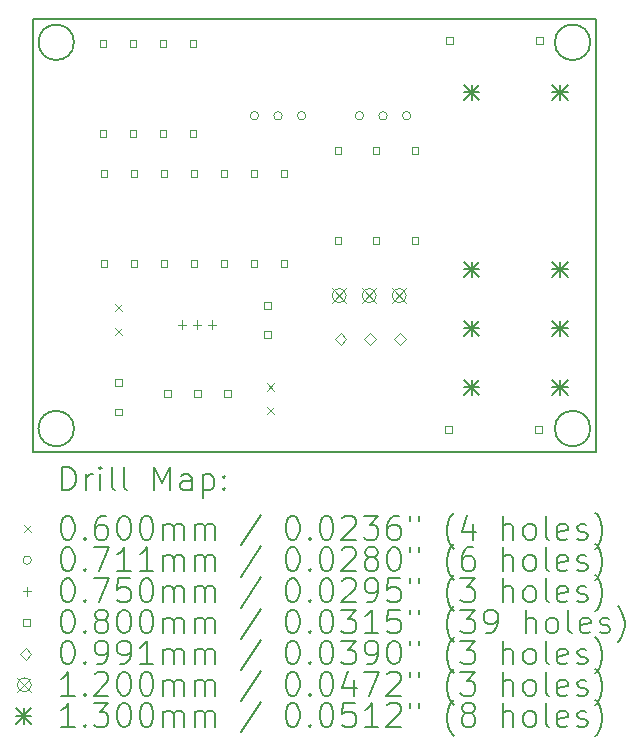
<source format=gbr>
%TF.GenerationSoftware,KiCad,Pcbnew,7.0.11-7.0.11~ubuntu22.04.1*%
%TF.CreationDate,2024-09-26T16:57:07+02:00*%
%TF.ProjectId,BAU-Elec,4241552d-456c-4656-932e-6b696361645f,rev?*%
%TF.SameCoordinates,Original*%
%TF.FileFunction,Drillmap*%
%TF.FilePolarity,Positive*%
%FSLAX45Y45*%
G04 Gerber Fmt 4.5, Leading zero omitted, Abs format (unit mm)*
G04 Created by KiCad (PCBNEW 7.0.11-7.0.11~ubuntu22.04.1) date 2024-09-26 16:57:07*
%MOMM*%
%LPD*%
G01*
G04 APERTURE LIST*
%ADD10C,0.200000*%
%ADD11C,0.100000*%
%ADD12C,0.120000*%
%ADD13C,0.130000*%
G04 APERTURE END LIST*
D10*
X4597000Y-5051000D02*
G75*
G03*
X4297000Y-5051000I-150000J0D01*
G01*
X4297000Y-5051000D02*
G75*
G03*
X4597000Y-5051000I150000J0D01*
G01*
X4597000Y-1781000D02*
G75*
G03*
X4297000Y-1781000I-150000J0D01*
G01*
X4297000Y-1781000D02*
G75*
G03*
X4597000Y-1781000I150000J0D01*
G01*
X8969000Y-1781000D02*
G75*
G03*
X8669000Y-1781000I-150000J0D01*
G01*
X8669000Y-1781000D02*
G75*
G03*
X8969000Y-1781000I150000J0D01*
G01*
X8969000Y-5051000D02*
G75*
G03*
X8669000Y-5051000I-150000J0D01*
G01*
X8669000Y-5051000D02*
G75*
G03*
X8969000Y-5051000I150000J0D01*
G01*
X4247000Y-1581000D02*
X9019000Y-1581000D01*
X9019000Y-5251000D01*
X4247000Y-5251000D01*
X4247000Y-1581000D01*
D11*
X4947000Y-3996009D02*
X5007000Y-4056009D01*
X5007000Y-3996009D02*
X4947000Y-4056009D01*
X4947000Y-4196009D02*
X5007000Y-4256009D01*
X5007000Y-4196009D02*
X4947000Y-4256009D01*
X6233000Y-4669009D02*
X6293000Y-4729009D01*
X6293000Y-4669009D02*
X6233000Y-4729009D01*
X6233000Y-4869009D02*
X6293000Y-4929009D01*
X6293000Y-4869009D02*
X6233000Y-4929009D01*
X6160560Y-2402730D02*
G75*
G03*
X6089440Y-2402730I-35560J0D01*
G01*
X6089440Y-2402730D02*
G75*
G03*
X6160560Y-2402730I35560J0D01*
G01*
X6360560Y-2402730D02*
G75*
G03*
X6289440Y-2402730I-35560J0D01*
G01*
X6289440Y-2402730D02*
G75*
G03*
X6360560Y-2402730I35560J0D01*
G01*
X6560560Y-2402730D02*
G75*
G03*
X6489440Y-2402730I-35560J0D01*
G01*
X6489440Y-2402730D02*
G75*
G03*
X6560560Y-2402730I35560J0D01*
G01*
X7049560Y-2402730D02*
G75*
G03*
X6978440Y-2402730I-35560J0D01*
G01*
X6978440Y-2402730D02*
G75*
G03*
X7049560Y-2402730I35560J0D01*
G01*
X7249560Y-2402730D02*
G75*
G03*
X7178440Y-2402730I-35560J0D01*
G01*
X7178440Y-2402730D02*
G75*
G03*
X7249560Y-2402730I35560J0D01*
G01*
X7449560Y-2402730D02*
G75*
G03*
X7378440Y-2402730I-35560J0D01*
G01*
X7378440Y-2402730D02*
G75*
G03*
X7449560Y-2402730I35560J0D01*
G01*
X5512000Y-4134500D02*
X5512000Y-4209500D01*
X5474500Y-4172000D02*
X5549500Y-4172000D01*
X5639000Y-4134500D02*
X5639000Y-4209500D01*
X5601500Y-4172000D02*
X5676500Y-4172000D01*
X5766000Y-4134500D02*
X5766000Y-4209500D01*
X5728500Y-4172000D02*
X5803500Y-4172000D01*
X4872285Y-1820284D02*
X4872285Y-1763715D01*
X4815716Y-1763715D01*
X4815716Y-1820284D01*
X4872285Y-1820284D01*
X4872285Y-2582285D02*
X4872285Y-2525716D01*
X4815716Y-2525716D01*
X4815716Y-2582285D01*
X4872285Y-2582285D01*
X4879285Y-2922284D02*
X4879285Y-2865715D01*
X4822716Y-2865715D01*
X4822716Y-2922284D01*
X4879285Y-2922284D01*
X4879285Y-3684284D02*
X4879285Y-3627715D01*
X4822716Y-3627715D01*
X4822716Y-3684284D01*
X4879285Y-3684284D01*
X5004285Y-4688545D02*
X5004285Y-4631976D01*
X4947716Y-4631976D01*
X4947716Y-4688545D01*
X5004285Y-4688545D01*
X5004285Y-4938545D02*
X5004285Y-4881976D01*
X4947716Y-4881976D01*
X4947716Y-4938545D01*
X5004285Y-4938545D01*
X5126285Y-1820284D02*
X5126285Y-1763715D01*
X5069716Y-1763715D01*
X5069716Y-1820284D01*
X5126285Y-1820284D01*
X5126285Y-2582285D02*
X5126285Y-2525716D01*
X5069716Y-2525716D01*
X5069716Y-2582285D01*
X5126285Y-2582285D01*
X5133285Y-2922284D02*
X5133285Y-2865715D01*
X5076716Y-2865715D01*
X5076716Y-2922284D01*
X5133285Y-2922284D01*
X5133285Y-3684284D02*
X5133285Y-3627715D01*
X5076716Y-3627715D01*
X5076716Y-3684284D01*
X5133285Y-3684284D01*
X5380285Y-1820284D02*
X5380285Y-1763715D01*
X5323716Y-1763715D01*
X5323716Y-1820284D01*
X5380285Y-1820284D01*
X5380285Y-2582285D02*
X5380285Y-2525716D01*
X5323716Y-2525716D01*
X5323716Y-2582285D01*
X5380285Y-2582285D01*
X5387285Y-2922284D02*
X5387285Y-2865715D01*
X5330716Y-2865715D01*
X5330716Y-2922284D01*
X5387285Y-2922284D01*
X5387285Y-3684284D02*
X5387285Y-3627715D01*
X5330716Y-3627715D01*
X5330716Y-3684284D01*
X5387285Y-3684284D01*
X5420285Y-4785033D02*
X5420285Y-4728464D01*
X5363716Y-4728464D01*
X5363716Y-4785033D01*
X5420285Y-4785033D01*
X5634284Y-1820284D02*
X5634284Y-1763715D01*
X5577716Y-1763715D01*
X5577716Y-1820284D01*
X5634284Y-1820284D01*
X5634284Y-2582285D02*
X5634284Y-2525716D01*
X5577716Y-2525716D01*
X5577716Y-2582285D01*
X5634284Y-2582285D01*
X5641284Y-2922284D02*
X5641284Y-2865715D01*
X5584716Y-2865715D01*
X5584716Y-2922284D01*
X5641284Y-2922284D01*
X5641284Y-3684284D02*
X5641284Y-3627715D01*
X5584716Y-3627715D01*
X5584716Y-3684284D01*
X5641284Y-3684284D01*
X5674284Y-4785033D02*
X5674284Y-4728464D01*
X5617715Y-4728464D01*
X5617715Y-4785033D01*
X5674284Y-4785033D01*
X5895284Y-2922284D02*
X5895284Y-2865715D01*
X5838715Y-2865715D01*
X5838715Y-2922284D01*
X5895284Y-2922284D01*
X5895284Y-3684284D02*
X5895284Y-3627715D01*
X5838715Y-3627715D01*
X5838715Y-3684284D01*
X5895284Y-3684284D01*
X5928284Y-4785033D02*
X5928284Y-4728464D01*
X5871715Y-4728464D01*
X5871715Y-4785033D01*
X5928284Y-4785033D01*
X6149284Y-2922284D02*
X6149284Y-2865715D01*
X6092715Y-2865715D01*
X6092715Y-2922284D01*
X6149284Y-2922284D01*
X6149284Y-3684284D02*
X6149284Y-3627715D01*
X6092715Y-3627715D01*
X6092715Y-3684284D01*
X6149284Y-3684284D01*
X6265284Y-4034796D02*
X6265284Y-3978227D01*
X6208715Y-3978227D01*
X6208715Y-4034796D01*
X6265284Y-4034796D01*
X6265284Y-4284796D02*
X6265284Y-4228227D01*
X6208715Y-4228227D01*
X6208715Y-4284796D01*
X6265284Y-4284796D01*
X6403284Y-2922284D02*
X6403284Y-2865715D01*
X6346715Y-2865715D01*
X6346715Y-2922284D01*
X6403284Y-2922284D01*
X6403284Y-3684284D02*
X6403284Y-3627715D01*
X6346715Y-3627715D01*
X6346715Y-3684284D01*
X6403284Y-3684284D01*
X6861284Y-2724285D02*
X6861284Y-2667716D01*
X6804715Y-2667716D01*
X6804715Y-2724285D01*
X6861284Y-2724285D01*
X6861284Y-3486284D02*
X6861284Y-3429715D01*
X6804715Y-3429715D01*
X6804715Y-3486284D01*
X6861284Y-3486284D01*
X7184284Y-2724285D02*
X7184284Y-2667716D01*
X7127715Y-2667716D01*
X7127715Y-2724285D01*
X7184284Y-2724285D01*
X7184284Y-3486284D02*
X7184284Y-3429715D01*
X7127715Y-3429715D01*
X7127715Y-3486284D01*
X7184284Y-3486284D01*
X7512284Y-2726285D02*
X7512284Y-2669716D01*
X7455715Y-2669716D01*
X7455715Y-2726285D01*
X7512284Y-2726285D01*
X7512284Y-3488284D02*
X7512284Y-3431715D01*
X7455715Y-3431715D01*
X7455715Y-3488284D01*
X7512284Y-3488284D01*
X7799284Y-5086285D02*
X7799284Y-5029716D01*
X7742715Y-5029716D01*
X7742715Y-5086285D01*
X7799284Y-5086285D01*
X7803284Y-1796284D02*
X7803284Y-1739715D01*
X7746715Y-1739715D01*
X7746715Y-1796284D01*
X7803284Y-1796284D01*
X8561285Y-5086285D02*
X8561285Y-5029716D01*
X8504716Y-5029716D01*
X8504716Y-5086285D01*
X8561285Y-5086285D01*
X8565285Y-1796284D02*
X8565285Y-1739715D01*
X8508716Y-1739715D01*
X8508716Y-1796284D01*
X8565285Y-1796284D01*
X6854988Y-4344530D02*
X6904518Y-4295000D01*
X6854988Y-4245470D01*
X6805458Y-4295000D01*
X6854988Y-4344530D01*
X7105000Y-4344530D02*
X7154530Y-4295000D01*
X7105000Y-4245470D01*
X7055470Y-4295000D01*
X7105000Y-4344530D01*
X7355012Y-4344530D02*
X7404542Y-4295000D01*
X7355012Y-4245470D01*
X7305482Y-4295000D01*
X7355012Y-4344530D01*
D12*
X6783000Y-3865000D02*
X6903000Y-3985000D01*
X6903000Y-3865000D02*
X6783000Y-3985000D01*
X6903000Y-3925000D02*
G75*
G03*
X6783000Y-3925000I-60000J0D01*
G01*
X6783000Y-3925000D02*
G75*
G03*
X6903000Y-3925000I60000J0D01*
G01*
X7037000Y-3865000D02*
X7157000Y-3985000D01*
X7157000Y-3865000D02*
X7037000Y-3985000D01*
X7157000Y-3925000D02*
G75*
G03*
X7037000Y-3925000I-60000J0D01*
G01*
X7037000Y-3925000D02*
G75*
G03*
X7157000Y-3925000I60000J0D01*
G01*
X7291000Y-3865000D02*
X7411000Y-3985000D01*
X7411000Y-3865000D02*
X7291000Y-3985000D01*
X7411000Y-3925000D02*
G75*
G03*
X7291000Y-3925000I-60000J0D01*
G01*
X7291000Y-3925000D02*
G75*
G03*
X7411000Y-3925000I60000J0D01*
G01*
D13*
X7898250Y-2138250D02*
X8028250Y-2268250D01*
X8028250Y-2138250D02*
X7898250Y-2268250D01*
X7963250Y-2138250D02*
X7963250Y-2268250D01*
X7898250Y-2203250D02*
X8028250Y-2203250D01*
X7898250Y-3638250D02*
X8028250Y-3768250D01*
X8028250Y-3638250D02*
X7898250Y-3768250D01*
X7963250Y-3638250D02*
X7963250Y-3768250D01*
X7898250Y-3703250D02*
X8028250Y-3703250D01*
X7898250Y-4138250D02*
X8028250Y-4268250D01*
X8028250Y-4138250D02*
X7898250Y-4268250D01*
X7963250Y-4138250D02*
X7963250Y-4268250D01*
X7898250Y-4203250D02*
X8028250Y-4203250D01*
X7898250Y-4638250D02*
X8028250Y-4768250D01*
X8028250Y-4638250D02*
X7898250Y-4768250D01*
X7963250Y-4638250D02*
X7963250Y-4768250D01*
X7898250Y-4703250D02*
X8028250Y-4703250D01*
X8648250Y-2138250D02*
X8778250Y-2268250D01*
X8778250Y-2138250D02*
X8648250Y-2268250D01*
X8713250Y-2138250D02*
X8713250Y-2268250D01*
X8648250Y-2203250D02*
X8778250Y-2203250D01*
X8648250Y-3638250D02*
X8778250Y-3768250D01*
X8778250Y-3638250D02*
X8648250Y-3768250D01*
X8713250Y-3638250D02*
X8713250Y-3768250D01*
X8648250Y-3703250D02*
X8778250Y-3703250D01*
X8648250Y-4138250D02*
X8778250Y-4268250D01*
X8778250Y-4138250D02*
X8648250Y-4268250D01*
X8713250Y-4138250D02*
X8713250Y-4268250D01*
X8648250Y-4203250D02*
X8778250Y-4203250D01*
X8648250Y-4638250D02*
X8778250Y-4768250D01*
X8778250Y-4638250D02*
X8648250Y-4768250D01*
X8713250Y-4638250D02*
X8713250Y-4768250D01*
X8648250Y-4703250D02*
X8778250Y-4703250D01*
D10*
X4497777Y-5572484D02*
X4497777Y-5372484D01*
X4497777Y-5372484D02*
X4545396Y-5372484D01*
X4545396Y-5372484D02*
X4573967Y-5382008D01*
X4573967Y-5382008D02*
X4593015Y-5401055D01*
X4593015Y-5401055D02*
X4602539Y-5420103D01*
X4602539Y-5420103D02*
X4612063Y-5458198D01*
X4612063Y-5458198D02*
X4612063Y-5486770D01*
X4612063Y-5486770D02*
X4602539Y-5524865D01*
X4602539Y-5524865D02*
X4593015Y-5543912D01*
X4593015Y-5543912D02*
X4573967Y-5562960D01*
X4573967Y-5562960D02*
X4545396Y-5572484D01*
X4545396Y-5572484D02*
X4497777Y-5572484D01*
X4697777Y-5572484D02*
X4697777Y-5439150D01*
X4697777Y-5477246D02*
X4707301Y-5458198D01*
X4707301Y-5458198D02*
X4716824Y-5448674D01*
X4716824Y-5448674D02*
X4735872Y-5439150D01*
X4735872Y-5439150D02*
X4754920Y-5439150D01*
X4821586Y-5572484D02*
X4821586Y-5439150D01*
X4821586Y-5372484D02*
X4812063Y-5382008D01*
X4812063Y-5382008D02*
X4821586Y-5391531D01*
X4821586Y-5391531D02*
X4831110Y-5382008D01*
X4831110Y-5382008D02*
X4821586Y-5372484D01*
X4821586Y-5372484D02*
X4821586Y-5391531D01*
X4945396Y-5572484D02*
X4926348Y-5562960D01*
X4926348Y-5562960D02*
X4916824Y-5543912D01*
X4916824Y-5543912D02*
X4916824Y-5372484D01*
X5050158Y-5572484D02*
X5031110Y-5562960D01*
X5031110Y-5562960D02*
X5021586Y-5543912D01*
X5021586Y-5543912D02*
X5021586Y-5372484D01*
X5278729Y-5572484D02*
X5278729Y-5372484D01*
X5278729Y-5372484D02*
X5345396Y-5515341D01*
X5345396Y-5515341D02*
X5412063Y-5372484D01*
X5412063Y-5372484D02*
X5412063Y-5572484D01*
X5593015Y-5572484D02*
X5593015Y-5467722D01*
X5593015Y-5467722D02*
X5583491Y-5448674D01*
X5583491Y-5448674D02*
X5564444Y-5439150D01*
X5564444Y-5439150D02*
X5526348Y-5439150D01*
X5526348Y-5439150D02*
X5507301Y-5448674D01*
X5593015Y-5562960D02*
X5573967Y-5572484D01*
X5573967Y-5572484D02*
X5526348Y-5572484D01*
X5526348Y-5572484D02*
X5507301Y-5562960D01*
X5507301Y-5562960D02*
X5497777Y-5543912D01*
X5497777Y-5543912D02*
X5497777Y-5524865D01*
X5497777Y-5524865D02*
X5507301Y-5505817D01*
X5507301Y-5505817D02*
X5526348Y-5496293D01*
X5526348Y-5496293D02*
X5573967Y-5496293D01*
X5573967Y-5496293D02*
X5593015Y-5486770D01*
X5688253Y-5439150D02*
X5688253Y-5639150D01*
X5688253Y-5448674D02*
X5707301Y-5439150D01*
X5707301Y-5439150D02*
X5745396Y-5439150D01*
X5745396Y-5439150D02*
X5764443Y-5448674D01*
X5764443Y-5448674D02*
X5773967Y-5458198D01*
X5773967Y-5458198D02*
X5783491Y-5477246D01*
X5783491Y-5477246D02*
X5783491Y-5534389D01*
X5783491Y-5534389D02*
X5773967Y-5553436D01*
X5773967Y-5553436D02*
X5764443Y-5562960D01*
X5764443Y-5562960D02*
X5745396Y-5572484D01*
X5745396Y-5572484D02*
X5707301Y-5572484D01*
X5707301Y-5572484D02*
X5688253Y-5562960D01*
X5869205Y-5553436D02*
X5878729Y-5562960D01*
X5878729Y-5562960D02*
X5869205Y-5572484D01*
X5869205Y-5572484D02*
X5859682Y-5562960D01*
X5859682Y-5562960D02*
X5869205Y-5553436D01*
X5869205Y-5553436D02*
X5869205Y-5572484D01*
X5869205Y-5448674D02*
X5878729Y-5458198D01*
X5878729Y-5458198D02*
X5869205Y-5467722D01*
X5869205Y-5467722D02*
X5859682Y-5458198D01*
X5859682Y-5458198D02*
X5869205Y-5448674D01*
X5869205Y-5448674D02*
X5869205Y-5467722D01*
D11*
X4177000Y-5871000D02*
X4237000Y-5931000D01*
X4237000Y-5871000D02*
X4177000Y-5931000D01*
D10*
X4535872Y-5792484D02*
X4554920Y-5792484D01*
X4554920Y-5792484D02*
X4573967Y-5802008D01*
X4573967Y-5802008D02*
X4583491Y-5811531D01*
X4583491Y-5811531D02*
X4593015Y-5830579D01*
X4593015Y-5830579D02*
X4602539Y-5868674D01*
X4602539Y-5868674D02*
X4602539Y-5916293D01*
X4602539Y-5916293D02*
X4593015Y-5954388D01*
X4593015Y-5954388D02*
X4583491Y-5973436D01*
X4583491Y-5973436D02*
X4573967Y-5982960D01*
X4573967Y-5982960D02*
X4554920Y-5992484D01*
X4554920Y-5992484D02*
X4535872Y-5992484D01*
X4535872Y-5992484D02*
X4516824Y-5982960D01*
X4516824Y-5982960D02*
X4507301Y-5973436D01*
X4507301Y-5973436D02*
X4497777Y-5954388D01*
X4497777Y-5954388D02*
X4488253Y-5916293D01*
X4488253Y-5916293D02*
X4488253Y-5868674D01*
X4488253Y-5868674D02*
X4497777Y-5830579D01*
X4497777Y-5830579D02*
X4507301Y-5811531D01*
X4507301Y-5811531D02*
X4516824Y-5802008D01*
X4516824Y-5802008D02*
X4535872Y-5792484D01*
X4688253Y-5973436D02*
X4697777Y-5982960D01*
X4697777Y-5982960D02*
X4688253Y-5992484D01*
X4688253Y-5992484D02*
X4678729Y-5982960D01*
X4678729Y-5982960D02*
X4688253Y-5973436D01*
X4688253Y-5973436D02*
X4688253Y-5992484D01*
X4869205Y-5792484D02*
X4831110Y-5792484D01*
X4831110Y-5792484D02*
X4812063Y-5802008D01*
X4812063Y-5802008D02*
X4802539Y-5811531D01*
X4802539Y-5811531D02*
X4783491Y-5840103D01*
X4783491Y-5840103D02*
X4773967Y-5878198D01*
X4773967Y-5878198D02*
X4773967Y-5954388D01*
X4773967Y-5954388D02*
X4783491Y-5973436D01*
X4783491Y-5973436D02*
X4793015Y-5982960D01*
X4793015Y-5982960D02*
X4812063Y-5992484D01*
X4812063Y-5992484D02*
X4850158Y-5992484D01*
X4850158Y-5992484D02*
X4869205Y-5982960D01*
X4869205Y-5982960D02*
X4878729Y-5973436D01*
X4878729Y-5973436D02*
X4888253Y-5954388D01*
X4888253Y-5954388D02*
X4888253Y-5906769D01*
X4888253Y-5906769D02*
X4878729Y-5887722D01*
X4878729Y-5887722D02*
X4869205Y-5878198D01*
X4869205Y-5878198D02*
X4850158Y-5868674D01*
X4850158Y-5868674D02*
X4812063Y-5868674D01*
X4812063Y-5868674D02*
X4793015Y-5878198D01*
X4793015Y-5878198D02*
X4783491Y-5887722D01*
X4783491Y-5887722D02*
X4773967Y-5906769D01*
X5012063Y-5792484D02*
X5031110Y-5792484D01*
X5031110Y-5792484D02*
X5050158Y-5802008D01*
X5050158Y-5802008D02*
X5059682Y-5811531D01*
X5059682Y-5811531D02*
X5069205Y-5830579D01*
X5069205Y-5830579D02*
X5078729Y-5868674D01*
X5078729Y-5868674D02*
X5078729Y-5916293D01*
X5078729Y-5916293D02*
X5069205Y-5954388D01*
X5069205Y-5954388D02*
X5059682Y-5973436D01*
X5059682Y-5973436D02*
X5050158Y-5982960D01*
X5050158Y-5982960D02*
X5031110Y-5992484D01*
X5031110Y-5992484D02*
X5012063Y-5992484D01*
X5012063Y-5992484D02*
X4993015Y-5982960D01*
X4993015Y-5982960D02*
X4983491Y-5973436D01*
X4983491Y-5973436D02*
X4973967Y-5954388D01*
X4973967Y-5954388D02*
X4964444Y-5916293D01*
X4964444Y-5916293D02*
X4964444Y-5868674D01*
X4964444Y-5868674D02*
X4973967Y-5830579D01*
X4973967Y-5830579D02*
X4983491Y-5811531D01*
X4983491Y-5811531D02*
X4993015Y-5802008D01*
X4993015Y-5802008D02*
X5012063Y-5792484D01*
X5202539Y-5792484D02*
X5221586Y-5792484D01*
X5221586Y-5792484D02*
X5240634Y-5802008D01*
X5240634Y-5802008D02*
X5250158Y-5811531D01*
X5250158Y-5811531D02*
X5259682Y-5830579D01*
X5259682Y-5830579D02*
X5269205Y-5868674D01*
X5269205Y-5868674D02*
X5269205Y-5916293D01*
X5269205Y-5916293D02*
X5259682Y-5954388D01*
X5259682Y-5954388D02*
X5250158Y-5973436D01*
X5250158Y-5973436D02*
X5240634Y-5982960D01*
X5240634Y-5982960D02*
X5221586Y-5992484D01*
X5221586Y-5992484D02*
X5202539Y-5992484D01*
X5202539Y-5992484D02*
X5183491Y-5982960D01*
X5183491Y-5982960D02*
X5173967Y-5973436D01*
X5173967Y-5973436D02*
X5164444Y-5954388D01*
X5164444Y-5954388D02*
X5154920Y-5916293D01*
X5154920Y-5916293D02*
X5154920Y-5868674D01*
X5154920Y-5868674D02*
X5164444Y-5830579D01*
X5164444Y-5830579D02*
X5173967Y-5811531D01*
X5173967Y-5811531D02*
X5183491Y-5802008D01*
X5183491Y-5802008D02*
X5202539Y-5792484D01*
X5354920Y-5992484D02*
X5354920Y-5859150D01*
X5354920Y-5878198D02*
X5364444Y-5868674D01*
X5364444Y-5868674D02*
X5383491Y-5859150D01*
X5383491Y-5859150D02*
X5412063Y-5859150D01*
X5412063Y-5859150D02*
X5431110Y-5868674D01*
X5431110Y-5868674D02*
X5440634Y-5887722D01*
X5440634Y-5887722D02*
X5440634Y-5992484D01*
X5440634Y-5887722D02*
X5450158Y-5868674D01*
X5450158Y-5868674D02*
X5469205Y-5859150D01*
X5469205Y-5859150D02*
X5497777Y-5859150D01*
X5497777Y-5859150D02*
X5516825Y-5868674D01*
X5516825Y-5868674D02*
X5526348Y-5887722D01*
X5526348Y-5887722D02*
X5526348Y-5992484D01*
X5621586Y-5992484D02*
X5621586Y-5859150D01*
X5621586Y-5878198D02*
X5631110Y-5868674D01*
X5631110Y-5868674D02*
X5650158Y-5859150D01*
X5650158Y-5859150D02*
X5678729Y-5859150D01*
X5678729Y-5859150D02*
X5697777Y-5868674D01*
X5697777Y-5868674D02*
X5707301Y-5887722D01*
X5707301Y-5887722D02*
X5707301Y-5992484D01*
X5707301Y-5887722D02*
X5716824Y-5868674D01*
X5716824Y-5868674D02*
X5735872Y-5859150D01*
X5735872Y-5859150D02*
X5764443Y-5859150D01*
X5764443Y-5859150D02*
X5783491Y-5868674D01*
X5783491Y-5868674D02*
X5793015Y-5887722D01*
X5793015Y-5887722D02*
X5793015Y-5992484D01*
X6183491Y-5782960D02*
X6012063Y-6040103D01*
X6440634Y-5792484D02*
X6459682Y-5792484D01*
X6459682Y-5792484D02*
X6478729Y-5802008D01*
X6478729Y-5802008D02*
X6488253Y-5811531D01*
X6488253Y-5811531D02*
X6497777Y-5830579D01*
X6497777Y-5830579D02*
X6507301Y-5868674D01*
X6507301Y-5868674D02*
X6507301Y-5916293D01*
X6507301Y-5916293D02*
X6497777Y-5954388D01*
X6497777Y-5954388D02*
X6488253Y-5973436D01*
X6488253Y-5973436D02*
X6478729Y-5982960D01*
X6478729Y-5982960D02*
X6459682Y-5992484D01*
X6459682Y-5992484D02*
X6440634Y-5992484D01*
X6440634Y-5992484D02*
X6421586Y-5982960D01*
X6421586Y-5982960D02*
X6412063Y-5973436D01*
X6412063Y-5973436D02*
X6402539Y-5954388D01*
X6402539Y-5954388D02*
X6393015Y-5916293D01*
X6393015Y-5916293D02*
X6393015Y-5868674D01*
X6393015Y-5868674D02*
X6402539Y-5830579D01*
X6402539Y-5830579D02*
X6412063Y-5811531D01*
X6412063Y-5811531D02*
X6421586Y-5802008D01*
X6421586Y-5802008D02*
X6440634Y-5792484D01*
X6593015Y-5973436D02*
X6602539Y-5982960D01*
X6602539Y-5982960D02*
X6593015Y-5992484D01*
X6593015Y-5992484D02*
X6583491Y-5982960D01*
X6583491Y-5982960D02*
X6593015Y-5973436D01*
X6593015Y-5973436D02*
X6593015Y-5992484D01*
X6726348Y-5792484D02*
X6745396Y-5792484D01*
X6745396Y-5792484D02*
X6764444Y-5802008D01*
X6764444Y-5802008D02*
X6773967Y-5811531D01*
X6773967Y-5811531D02*
X6783491Y-5830579D01*
X6783491Y-5830579D02*
X6793015Y-5868674D01*
X6793015Y-5868674D02*
X6793015Y-5916293D01*
X6793015Y-5916293D02*
X6783491Y-5954388D01*
X6783491Y-5954388D02*
X6773967Y-5973436D01*
X6773967Y-5973436D02*
X6764444Y-5982960D01*
X6764444Y-5982960D02*
X6745396Y-5992484D01*
X6745396Y-5992484D02*
X6726348Y-5992484D01*
X6726348Y-5992484D02*
X6707301Y-5982960D01*
X6707301Y-5982960D02*
X6697777Y-5973436D01*
X6697777Y-5973436D02*
X6688253Y-5954388D01*
X6688253Y-5954388D02*
X6678729Y-5916293D01*
X6678729Y-5916293D02*
X6678729Y-5868674D01*
X6678729Y-5868674D02*
X6688253Y-5830579D01*
X6688253Y-5830579D02*
X6697777Y-5811531D01*
X6697777Y-5811531D02*
X6707301Y-5802008D01*
X6707301Y-5802008D02*
X6726348Y-5792484D01*
X6869206Y-5811531D02*
X6878729Y-5802008D01*
X6878729Y-5802008D02*
X6897777Y-5792484D01*
X6897777Y-5792484D02*
X6945396Y-5792484D01*
X6945396Y-5792484D02*
X6964444Y-5802008D01*
X6964444Y-5802008D02*
X6973967Y-5811531D01*
X6973967Y-5811531D02*
X6983491Y-5830579D01*
X6983491Y-5830579D02*
X6983491Y-5849627D01*
X6983491Y-5849627D02*
X6973967Y-5878198D01*
X6973967Y-5878198D02*
X6859682Y-5992484D01*
X6859682Y-5992484D02*
X6983491Y-5992484D01*
X7050158Y-5792484D02*
X7173967Y-5792484D01*
X7173967Y-5792484D02*
X7107301Y-5868674D01*
X7107301Y-5868674D02*
X7135872Y-5868674D01*
X7135872Y-5868674D02*
X7154920Y-5878198D01*
X7154920Y-5878198D02*
X7164444Y-5887722D01*
X7164444Y-5887722D02*
X7173967Y-5906769D01*
X7173967Y-5906769D02*
X7173967Y-5954388D01*
X7173967Y-5954388D02*
X7164444Y-5973436D01*
X7164444Y-5973436D02*
X7154920Y-5982960D01*
X7154920Y-5982960D02*
X7135872Y-5992484D01*
X7135872Y-5992484D02*
X7078729Y-5992484D01*
X7078729Y-5992484D02*
X7059682Y-5982960D01*
X7059682Y-5982960D02*
X7050158Y-5973436D01*
X7345396Y-5792484D02*
X7307301Y-5792484D01*
X7307301Y-5792484D02*
X7288253Y-5802008D01*
X7288253Y-5802008D02*
X7278729Y-5811531D01*
X7278729Y-5811531D02*
X7259682Y-5840103D01*
X7259682Y-5840103D02*
X7250158Y-5878198D01*
X7250158Y-5878198D02*
X7250158Y-5954388D01*
X7250158Y-5954388D02*
X7259682Y-5973436D01*
X7259682Y-5973436D02*
X7269206Y-5982960D01*
X7269206Y-5982960D02*
X7288253Y-5992484D01*
X7288253Y-5992484D02*
X7326348Y-5992484D01*
X7326348Y-5992484D02*
X7345396Y-5982960D01*
X7345396Y-5982960D02*
X7354920Y-5973436D01*
X7354920Y-5973436D02*
X7364444Y-5954388D01*
X7364444Y-5954388D02*
X7364444Y-5906769D01*
X7364444Y-5906769D02*
X7354920Y-5887722D01*
X7354920Y-5887722D02*
X7345396Y-5878198D01*
X7345396Y-5878198D02*
X7326348Y-5868674D01*
X7326348Y-5868674D02*
X7288253Y-5868674D01*
X7288253Y-5868674D02*
X7269206Y-5878198D01*
X7269206Y-5878198D02*
X7259682Y-5887722D01*
X7259682Y-5887722D02*
X7250158Y-5906769D01*
X7440634Y-5792484D02*
X7440634Y-5830579D01*
X7516825Y-5792484D02*
X7516825Y-5830579D01*
X7812063Y-6068674D02*
X7802539Y-6059150D01*
X7802539Y-6059150D02*
X7783491Y-6030579D01*
X7783491Y-6030579D02*
X7773968Y-6011531D01*
X7773968Y-6011531D02*
X7764444Y-5982960D01*
X7764444Y-5982960D02*
X7754920Y-5935341D01*
X7754920Y-5935341D02*
X7754920Y-5897246D01*
X7754920Y-5897246D02*
X7764444Y-5849627D01*
X7764444Y-5849627D02*
X7773968Y-5821055D01*
X7773968Y-5821055D02*
X7783491Y-5802008D01*
X7783491Y-5802008D02*
X7802539Y-5773436D01*
X7802539Y-5773436D02*
X7812063Y-5763912D01*
X7973968Y-5859150D02*
X7973968Y-5992484D01*
X7926348Y-5782960D02*
X7878729Y-5925817D01*
X7878729Y-5925817D02*
X8002539Y-5925817D01*
X8231110Y-5992484D02*
X8231110Y-5792484D01*
X8316825Y-5992484D02*
X8316825Y-5887722D01*
X8316825Y-5887722D02*
X8307301Y-5868674D01*
X8307301Y-5868674D02*
X8288253Y-5859150D01*
X8288253Y-5859150D02*
X8259682Y-5859150D01*
X8259682Y-5859150D02*
X8240634Y-5868674D01*
X8240634Y-5868674D02*
X8231110Y-5878198D01*
X8440634Y-5992484D02*
X8421587Y-5982960D01*
X8421587Y-5982960D02*
X8412063Y-5973436D01*
X8412063Y-5973436D02*
X8402539Y-5954388D01*
X8402539Y-5954388D02*
X8402539Y-5897246D01*
X8402539Y-5897246D02*
X8412063Y-5878198D01*
X8412063Y-5878198D02*
X8421587Y-5868674D01*
X8421587Y-5868674D02*
X8440634Y-5859150D01*
X8440634Y-5859150D02*
X8469206Y-5859150D01*
X8469206Y-5859150D02*
X8488253Y-5868674D01*
X8488253Y-5868674D02*
X8497777Y-5878198D01*
X8497777Y-5878198D02*
X8507301Y-5897246D01*
X8507301Y-5897246D02*
X8507301Y-5954388D01*
X8507301Y-5954388D02*
X8497777Y-5973436D01*
X8497777Y-5973436D02*
X8488253Y-5982960D01*
X8488253Y-5982960D02*
X8469206Y-5992484D01*
X8469206Y-5992484D02*
X8440634Y-5992484D01*
X8621587Y-5992484D02*
X8602539Y-5982960D01*
X8602539Y-5982960D02*
X8593015Y-5963912D01*
X8593015Y-5963912D02*
X8593015Y-5792484D01*
X8773968Y-5982960D02*
X8754920Y-5992484D01*
X8754920Y-5992484D02*
X8716825Y-5992484D01*
X8716825Y-5992484D02*
X8697777Y-5982960D01*
X8697777Y-5982960D02*
X8688253Y-5963912D01*
X8688253Y-5963912D02*
X8688253Y-5887722D01*
X8688253Y-5887722D02*
X8697777Y-5868674D01*
X8697777Y-5868674D02*
X8716825Y-5859150D01*
X8716825Y-5859150D02*
X8754920Y-5859150D01*
X8754920Y-5859150D02*
X8773968Y-5868674D01*
X8773968Y-5868674D02*
X8783492Y-5887722D01*
X8783492Y-5887722D02*
X8783492Y-5906769D01*
X8783492Y-5906769D02*
X8688253Y-5925817D01*
X8859682Y-5982960D02*
X8878730Y-5992484D01*
X8878730Y-5992484D02*
X8916825Y-5992484D01*
X8916825Y-5992484D02*
X8935873Y-5982960D01*
X8935873Y-5982960D02*
X8945396Y-5963912D01*
X8945396Y-5963912D02*
X8945396Y-5954388D01*
X8945396Y-5954388D02*
X8935873Y-5935341D01*
X8935873Y-5935341D02*
X8916825Y-5925817D01*
X8916825Y-5925817D02*
X8888253Y-5925817D01*
X8888253Y-5925817D02*
X8869206Y-5916293D01*
X8869206Y-5916293D02*
X8859682Y-5897246D01*
X8859682Y-5897246D02*
X8859682Y-5887722D01*
X8859682Y-5887722D02*
X8869206Y-5868674D01*
X8869206Y-5868674D02*
X8888253Y-5859150D01*
X8888253Y-5859150D02*
X8916825Y-5859150D01*
X8916825Y-5859150D02*
X8935873Y-5868674D01*
X9012063Y-6068674D02*
X9021587Y-6059150D01*
X9021587Y-6059150D02*
X9040634Y-6030579D01*
X9040634Y-6030579D02*
X9050158Y-6011531D01*
X9050158Y-6011531D02*
X9059682Y-5982960D01*
X9059682Y-5982960D02*
X9069206Y-5935341D01*
X9069206Y-5935341D02*
X9069206Y-5897246D01*
X9069206Y-5897246D02*
X9059682Y-5849627D01*
X9059682Y-5849627D02*
X9050158Y-5821055D01*
X9050158Y-5821055D02*
X9040634Y-5802008D01*
X9040634Y-5802008D02*
X9021587Y-5773436D01*
X9021587Y-5773436D02*
X9012063Y-5763912D01*
D11*
X4237000Y-6165000D02*
G75*
G03*
X4165880Y-6165000I-35560J0D01*
G01*
X4165880Y-6165000D02*
G75*
G03*
X4237000Y-6165000I35560J0D01*
G01*
D10*
X4535872Y-6056484D02*
X4554920Y-6056484D01*
X4554920Y-6056484D02*
X4573967Y-6066008D01*
X4573967Y-6066008D02*
X4583491Y-6075531D01*
X4583491Y-6075531D02*
X4593015Y-6094579D01*
X4593015Y-6094579D02*
X4602539Y-6132674D01*
X4602539Y-6132674D02*
X4602539Y-6180293D01*
X4602539Y-6180293D02*
X4593015Y-6218388D01*
X4593015Y-6218388D02*
X4583491Y-6237436D01*
X4583491Y-6237436D02*
X4573967Y-6246960D01*
X4573967Y-6246960D02*
X4554920Y-6256484D01*
X4554920Y-6256484D02*
X4535872Y-6256484D01*
X4535872Y-6256484D02*
X4516824Y-6246960D01*
X4516824Y-6246960D02*
X4507301Y-6237436D01*
X4507301Y-6237436D02*
X4497777Y-6218388D01*
X4497777Y-6218388D02*
X4488253Y-6180293D01*
X4488253Y-6180293D02*
X4488253Y-6132674D01*
X4488253Y-6132674D02*
X4497777Y-6094579D01*
X4497777Y-6094579D02*
X4507301Y-6075531D01*
X4507301Y-6075531D02*
X4516824Y-6066008D01*
X4516824Y-6066008D02*
X4535872Y-6056484D01*
X4688253Y-6237436D02*
X4697777Y-6246960D01*
X4697777Y-6246960D02*
X4688253Y-6256484D01*
X4688253Y-6256484D02*
X4678729Y-6246960D01*
X4678729Y-6246960D02*
X4688253Y-6237436D01*
X4688253Y-6237436D02*
X4688253Y-6256484D01*
X4764444Y-6056484D02*
X4897777Y-6056484D01*
X4897777Y-6056484D02*
X4812063Y-6256484D01*
X5078729Y-6256484D02*
X4964444Y-6256484D01*
X5021586Y-6256484D02*
X5021586Y-6056484D01*
X5021586Y-6056484D02*
X5002539Y-6085055D01*
X5002539Y-6085055D02*
X4983491Y-6104103D01*
X4983491Y-6104103D02*
X4964444Y-6113627D01*
X5269205Y-6256484D02*
X5154920Y-6256484D01*
X5212063Y-6256484D02*
X5212063Y-6056484D01*
X5212063Y-6056484D02*
X5193015Y-6085055D01*
X5193015Y-6085055D02*
X5173967Y-6104103D01*
X5173967Y-6104103D02*
X5154920Y-6113627D01*
X5354920Y-6256484D02*
X5354920Y-6123150D01*
X5354920Y-6142198D02*
X5364444Y-6132674D01*
X5364444Y-6132674D02*
X5383491Y-6123150D01*
X5383491Y-6123150D02*
X5412063Y-6123150D01*
X5412063Y-6123150D02*
X5431110Y-6132674D01*
X5431110Y-6132674D02*
X5440634Y-6151722D01*
X5440634Y-6151722D02*
X5440634Y-6256484D01*
X5440634Y-6151722D02*
X5450158Y-6132674D01*
X5450158Y-6132674D02*
X5469205Y-6123150D01*
X5469205Y-6123150D02*
X5497777Y-6123150D01*
X5497777Y-6123150D02*
X5516825Y-6132674D01*
X5516825Y-6132674D02*
X5526348Y-6151722D01*
X5526348Y-6151722D02*
X5526348Y-6256484D01*
X5621586Y-6256484D02*
X5621586Y-6123150D01*
X5621586Y-6142198D02*
X5631110Y-6132674D01*
X5631110Y-6132674D02*
X5650158Y-6123150D01*
X5650158Y-6123150D02*
X5678729Y-6123150D01*
X5678729Y-6123150D02*
X5697777Y-6132674D01*
X5697777Y-6132674D02*
X5707301Y-6151722D01*
X5707301Y-6151722D02*
X5707301Y-6256484D01*
X5707301Y-6151722D02*
X5716824Y-6132674D01*
X5716824Y-6132674D02*
X5735872Y-6123150D01*
X5735872Y-6123150D02*
X5764443Y-6123150D01*
X5764443Y-6123150D02*
X5783491Y-6132674D01*
X5783491Y-6132674D02*
X5793015Y-6151722D01*
X5793015Y-6151722D02*
X5793015Y-6256484D01*
X6183491Y-6046960D02*
X6012063Y-6304103D01*
X6440634Y-6056484D02*
X6459682Y-6056484D01*
X6459682Y-6056484D02*
X6478729Y-6066008D01*
X6478729Y-6066008D02*
X6488253Y-6075531D01*
X6488253Y-6075531D02*
X6497777Y-6094579D01*
X6497777Y-6094579D02*
X6507301Y-6132674D01*
X6507301Y-6132674D02*
X6507301Y-6180293D01*
X6507301Y-6180293D02*
X6497777Y-6218388D01*
X6497777Y-6218388D02*
X6488253Y-6237436D01*
X6488253Y-6237436D02*
X6478729Y-6246960D01*
X6478729Y-6246960D02*
X6459682Y-6256484D01*
X6459682Y-6256484D02*
X6440634Y-6256484D01*
X6440634Y-6256484D02*
X6421586Y-6246960D01*
X6421586Y-6246960D02*
X6412063Y-6237436D01*
X6412063Y-6237436D02*
X6402539Y-6218388D01*
X6402539Y-6218388D02*
X6393015Y-6180293D01*
X6393015Y-6180293D02*
X6393015Y-6132674D01*
X6393015Y-6132674D02*
X6402539Y-6094579D01*
X6402539Y-6094579D02*
X6412063Y-6075531D01*
X6412063Y-6075531D02*
X6421586Y-6066008D01*
X6421586Y-6066008D02*
X6440634Y-6056484D01*
X6593015Y-6237436D02*
X6602539Y-6246960D01*
X6602539Y-6246960D02*
X6593015Y-6256484D01*
X6593015Y-6256484D02*
X6583491Y-6246960D01*
X6583491Y-6246960D02*
X6593015Y-6237436D01*
X6593015Y-6237436D02*
X6593015Y-6256484D01*
X6726348Y-6056484D02*
X6745396Y-6056484D01*
X6745396Y-6056484D02*
X6764444Y-6066008D01*
X6764444Y-6066008D02*
X6773967Y-6075531D01*
X6773967Y-6075531D02*
X6783491Y-6094579D01*
X6783491Y-6094579D02*
X6793015Y-6132674D01*
X6793015Y-6132674D02*
X6793015Y-6180293D01*
X6793015Y-6180293D02*
X6783491Y-6218388D01*
X6783491Y-6218388D02*
X6773967Y-6237436D01*
X6773967Y-6237436D02*
X6764444Y-6246960D01*
X6764444Y-6246960D02*
X6745396Y-6256484D01*
X6745396Y-6256484D02*
X6726348Y-6256484D01*
X6726348Y-6256484D02*
X6707301Y-6246960D01*
X6707301Y-6246960D02*
X6697777Y-6237436D01*
X6697777Y-6237436D02*
X6688253Y-6218388D01*
X6688253Y-6218388D02*
X6678729Y-6180293D01*
X6678729Y-6180293D02*
X6678729Y-6132674D01*
X6678729Y-6132674D02*
X6688253Y-6094579D01*
X6688253Y-6094579D02*
X6697777Y-6075531D01*
X6697777Y-6075531D02*
X6707301Y-6066008D01*
X6707301Y-6066008D02*
X6726348Y-6056484D01*
X6869206Y-6075531D02*
X6878729Y-6066008D01*
X6878729Y-6066008D02*
X6897777Y-6056484D01*
X6897777Y-6056484D02*
X6945396Y-6056484D01*
X6945396Y-6056484D02*
X6964444Y-6066008D01*
X6964444Y-6066008D02*
X6973967Y-6075531D01*
X6973967Y-6075531D02*
X6983491Y-6094579D01*
X6983491Y-6094579D02*
X6983491Y-6113627D01*
X6983491Y-6113627D02*
X6973967Y-6142198D01*
X6973967Y-6142198D02*
X6859682Y-6256484D01*
X6859682Y-6256484D02*
X6983491Y-6256484D01*
X7097777Y-6142198D02*
X7078729Y-6132674D01*
X7078729Y-6132674D02*
X7069206Y-6123150D01*
X7069206Y-6123150D02*
X7059682Y-6104103D01*
X7059682Y-6104103D02*
X7059682Y-6094579D01*
X7059682Y-6094579D02*
X7069206Y-6075531D01*
X7069206Y-6075531D02*
X7078729Y-6066008D01*
X7078729Y-6066008D02*
X7097777Y-6056484D01*
X7097777Y-6056484D02*
X7135872Y-6056484D01*
X7135872Y-6056484D02*
X7154920Y-6066008D01*
X7154920Y-6066008D02*
X7164444Y-6075531D01*
X7164444Y-6075531D02*
X7173967Y-6094579D01*
X7173967Y-6094579D02*
X7173967Y-6104103D01*
X7173967Y-6104103D02*
X7164444Y-6123150D01*
X7164444Y-6123150D02*
X7154920Y-6132674D01*
X7154920Y-6132674D02*
X7135872Y-6142198D01*
X7135872Y-6142198D02*
X7097777Y-6142198D01*
X7097777Y-6142198D02*
X7078729Y-6151722D01*
X7078729Y-6151722D02*
X7069206Y-6161246D01*
X7069206Y-6161246D02*
X7059682Y-6180293D01*
X7059682Y-6180293D02*
X7059682Y-6218388D01*
X7059682Y-6218388D02*
X7069206Y-6237436D01*
X7069206Y-6237436D02*
X7078729Y-6246960D01*
X7078729Y-6246960D02*
X7097777Y-6256484D01*
X7097777Y-6256484D02*
X7135872Y-6256484D01*
X7135872Y-6256484D02*
X7154920Y-6246960D01*
X7154920Y-6246960D02*
X7164444Y-6237436D01*
X7164444Y-6237436D02*
X7173967Y-6218388D01*
X7173967Y-6218388D02*
X7173967Y-6180293D01*
X7173967Y-6180293D02*
X7164444Y-6161246D01*
X7164444Y-6161246D02*
X7154920Y-6151722D01*
X7154920Y-6151722D02*
X7135872Y-6142198D01*
X7297777Y-6056484D02*
X7316825Y-6056484D01*
X7316825Y-6056484D02*
X7335872Y-6066008D01*
X7335872Y-6066008D02*
X7345396Y-6075531D01*
X7345396Y-6075531D02*
X7354920Y-6094579D01*
X7354920Y-6094579D02*
X7364444Y-6132674D01*
X7364444Y-6132674D02*
X7364444Y-6180293D01*
X7364444Y-6180293D02*
X7354920Y-6218388D01*
X7354920Y-6218388D02*
X7345396Y-6237436D01*
X7345396Y-6237436D02*
X7335872Y-6246960D01*
X7335872Y-6246960D02*
X7316825Y-6256484D01*
X7316825Y-6256484D02*
X7297777Y-6256484D01*
X7297777Y-6256484D02*
X7278729Y-6246960D01*
X7278729Y-6246960D02*
X7269206Y-6237436D01*
X7269206Y-6237436D02*
X7259682Y-6218388D01*
X7259682Y-6218388D02*
X7250158Y-6180293D01*
X7250158Y-6180293D02*
X7250158Y-6132674D01*
X7250158Y-6132674D02*
X7259682Y-6094579D01*
X7259682Y-6094579D02*
X7269206Y-6075531D01*
X7269206Y-6075531D02*
X7278729Y-6066008D01*
X7278729Y-6066008D02*
X7297777Y-6056484D01*
X7440634Y-6056484D02*
X7440634Y-6094579D01*
X7516825Y-6056484D02*
X7516825Y-6094579D01*
X7812063Y-6332674D02*
X7802539Y-6323150D01*
X7802539Y-6323150D02*
X7783491Y-6294579D01*
X7783491Y-6294579D02*
X7773968Y-6275531D01*
X7773968Y-6275531D02*
X7764444Y-6246960D01*
X7764444Y-6246960D02*
X7754920Y-6199341D01*
X7754920Y-6199341D02*
X7754920Y-6161246D01*
X7754920Y-6161246D02*
X7764444Y-6113627D01*
X7764444Y-6113627D02*
X7773968Y-6085055D01*
X7773968Y-6085055D02*
X7783491Y-6066008D01*
X7783491Y-6066008D02*
X7802539Y-6037436D01*
X7802539Y-6037436D02*
X7812063Y-6027912D01*
X7973968Y-6056484D02*
X7935872Y-6056484D01*
X7935872Y-6056484D02*
X7916825Y-6066008D01*
X7916825Y-6066008D02*
X7907301Y-6075531D01*
X7907301Y-6075531D02*
X7888253Y-6104103D01*
X7888253Y-6104103D02*
X7878729Y-6142198D01*
X7878729Y-6142198D02*
X7878729Y-6218388D01*
X7878729Y-6218388D02*
X7888253Y-6237436D01*
X7888253Y-6237436D02*
X7897777Y-6246960D01*
X7897777Y-6246960D02*
X7916825Y-6256484D01*
X7916825Y-6256484D02*
X7954920Y-6256484D01*
X7954920Y-6256484D02*
X7973968Y-6246960D01*
X7973968Y-6246960D02*
X7983491Y-6237436D01*
X7983491Y-6237436D02*
X7993015Y-6218388D01*
X7993015Y-6218388D02*
X7993015Y-6170769D01*
X7993015Y-6170769D02*
X7983491Y-6151722D01*
X7983491Y-6151722D02*
X7973968Y-6142198D01*
X7973968Y-6142198D02*
X7954920Y-6132674D01*
X7954920Y-6132674D02*
X7916825Y-6132674D01*
X7916825Y-6132674D02*
X7897777Y-6142198D01*
X7897777Y-6142198D02*
X7888253Y-6151722D01*
X7888253Y-6151722D02*
X7878729Y-6170769D01*
X8231110Y-6256484D02*
X8231110Y-6056484D01*
X8316825Y-6256484D02*
X8316825Y-6151722D01*
X8316825Y-6151722D02*
X8307301Y-6132674D01*
X8307301Y-6132674D02*
X8288253Y-6123150D01*
X8288253Y-6123150D02*
X8259682Y-6123150D01*
X8259682Y-6123150D02*
X8240634Y-6132674D01*
X8240634Y-6132674D02*
X8231110Y-6142198D01*
X8440634Y-6256484D02*
X8421587Y-6246960D01*
X8421587Y-6246960D02*
X8412063Y-6237436D01*
X8412063Y-6237436D02*
X8402539Y-6218388D01*
X8402539Y-6218388D02*
X8402539Y-6161246D01*
X8402539Y-6161246D02*
X8412063Y-6142198D01*
X8412063Y-6142198D02*
X8421587Y-6132674D01*
X8421587Y-6132674D02*
X8440634Y-6123150D01*
X8440634Y-6123150D02*
X8469206Y-6123150D01*
X8469206Y-6123150D02*
X8488253Y-6132674D01*
X8488253Y-6132674D02*
X8497777Y-6142198D01*
X8497777Y-6142198D02*
X8507301Y-6161246D01*
X8507301Y-6161246D02*
X8507301Y-6218388D01*
X8507301Y-6218388D02*
X8497777Y-6237436D01*
X8497777Y-6237436D02*
X8488253Y-6246960D01*
X8488253Y-6246960D02*
X8469206Y-6256484D01*
X8469206Y-6256484D02*
X8440634Y-6256484D01*
X8621587Y-6256484D02*
X8602539Y-6246960D01*
X8602539Y-6246960D02*
X8593015Y-6227912D01*
X8593015Y-6227912D02*
X8593015Y-6056484D01*
X8773968Y-6246960D02*
X8754920Y-6256484D01*
X8754920Y-6256484D02*
X8716825Y-6256484D01*
X8716825Y-6256484D02*
X8697777Y-6246960D01*
X8697777Y-6246960D02*
X8688253Y-6227912D01*
X8688253Y-6227912D02*
X8688253Y-6151722D01*
X8688253Y-6151722D02*
X8697777Y-6132674D01*
X8697777Y-6132674D02*
X8716825Y-6123150D01*
X8716825Y-6123150D02*
X8754920Y-6123150D01*
X8754920Y-6123150D02*
X8773968Y-6132674D01*
X8773968Y-6132674D02*
X8783492Y-6151722D01*
X8783492Y-6151722D02*
X8783492Y-6170769D01*
X8783492Y-6170769D02*
X8688253Y-6189817D01*
X8859682Y-6246960D02*
X8878730Y-6256484D01*
X8878730Y-6256484D02*
X8916825Y-6256484D01*
X8916825Y-6256484D02*
X8935873Y-6246960D01*
X8935873Y-6246960D02*
X8945396Y-6227912D01*
X8945396Y-6227912D02*
X8945396Y-6218388D01*
X8945396Y-6218388D02*
X8935873Y-6199341D01*
X8935873Y-6199341D02*
X8916825Y-6189817D01*
X8916825Y-6189817D02*
X8888253Y-6189817D01*
X8888253Y-6189817D02*
X8869206Y-6180293D01*
X8869206Y-6180293D02*
X8859682Y-6161246D01*
X8859682Y-6161246D02*
X8859682Y-6151722D01*
X8859682Y-6151722D02*
X8869206Y-6132674D01*
X8869206Y-6132674D02*
X8888253Y-6123150D01*
X8888253Y-6123150D02*
X8916825Y-6123150D01*
X8916825Y-6123150D02*
X8935873Y-6132674D01*
X9012063Y-6332674D02*
X9021587Y-6323150D01*
X9021587Y-6323150D02*
X9040634Y-6294579D01*
X9040634Y-6294579D02*
X9050158Y-6275531D01*
X9050158Y-6275531D02*
X9059682Y-6246960D01*
X9059682Y-6246960D02*
X9069206Y-6199341D01*
X9069206Y-6199341D02*
X9069206Y-6161246D01*
X9069206Y-6161246D02*
X9059682Y-6113627D01*
X9059682Y-6113627D02*
X9050158Y-6085055D01*
X9050158Y-6085055D02*
X9040634Y-6066008D01*
X9040634Y-6066008D02*
X9021587Y-6037436D01*
X9021587Y-6037436D02*
X9012063Y-6027912D01*
D11*
X4199500Y-6391500D02*
X4199500Y-6466500D01*
X4162000Y-6429000D02*
X4237000Y-6429000D01*
D10*
X4535872Y-6320484D02*
X4554920Y-6320484D01*
X4554920Y-6320484D02*
X4573967Y-6330008D01*
X4573967Y-6330008D02*
X4583491Y-6339531D01*
X4583491Y-6339531D02*
X4593015Y-6358579D01*
X4593015Y-6358579D02*
X4602539Y-6396674D01*
X4602539Y-6396674D02*
X4602539Y-6444293D01*
X4602539Y-6444293D02*
X4593015Y-6482388D01*
X4593015Y-6482388D02*
X4583491Y-6501436D01*
X4583491Y-6501436D02*
X4573967Y-6510960D01*
X4573967Y-6510960D02*
X4554920Y-6520484D01*
X4554920Y-6520484D02*
X4535872Y-6520484D01*
X4535872Y-6520484D02*
X4516824Y-6510960D01*
X4516824Y-6510960D02*
X4507301Y-6501436D01*
X4507301Y-6501436D02*
X4497777Y-6482388D01*
X4497777Y-6482388D02*
X4488253Y-6444293D01*
X4488253Y-6444293D02*
X4488253Y-6396674D01*
X4488253Y-6396674D02*
X4497777Y-6358579D01*
X4497777Y-6358579D02*
X4507301Y-6339531D01*
X4507301Y-6339531D02*
X4516824Y-6330008D01*
X4516824Y-6330008D02*
X4535872Y-6320484D01*
X4688253Y-6501436D02*
X4697777Y-6510960D01*
X4697777Y-6510960D02*
X4688253Y-6520484D01*
X4688253Y-6520484D02*
X4678729Y-6510960D01*
X4678729Y-6510960D02*
X4688253Y-6501436D01*
X4688253Y-6501436D02*
X4688253Y-6520484D01*
X4764444Y-6320484D02*
X4897777Y-6320484D01*
X4897777Y-6320484D02*
X4812063Y-6520484D01*
X5069205Y-6320484D02*
X4973967Y-6320484D01*
X4973967Y-6320484D02*
X4964444Y-6415722D01*
X4964444Y-6415722D02*
X4973967Y-6406198D01*
X4973967Y-6406198D02*
X4993015Y-6396674D01*
X4993015Y-6396674D02*
X5040634Y-6396674D01*
X5040634Y-6396674D02*
X5059682Y-6406198D01*
X5059682Y-6406198D02*
X5069205Y-6415722D01*
X5069205Y-6415722D02*
X5078729Y-6434769D01*
X5078729Y-6434769D02*
X5078729Y-6482388D01*
X5078729Y-6482388D02*
X5069205Y-6501436D01*
X5069205Y-6501436D02*
X5059682Y-6510960D01*
X5059682Y-6510960D02*
X5040634Y-6520484D01*
X5040634Y-6520484D02*
X4993015Y-6520484D01*
X4993015Y-6520484D02*
X4973967Y-6510960D01*
X4973967Y-6510960D02*
X4964444Y-6501436D01*
X5202539Y-6320484D02*
X5221586Y-6320484D01*
X5221586Y-6320484D02*
X5240634Y-6330008D01*
X5240634Y-6330008D02*
X5250158Y-6339531D01*
X5250158Y-6339531D02*
X5259682Y-6358579D01*
X5259682Y-6358579D02*
X5269205Y-6396674D01*
X5269205Y-6396674D02*
X5269205Y-6444293D01*
X5269205Y-6444293D02*
X5259682Y-6482388D01*
X5259682Y-6482388D02*
X5250158Y-6501436D01*
X5250158Y-6501436D02*
X5240634Y-6510960D01*
X5240634Y-6510960D02*
X5221586Y-6520484D01*
X5221586Y-6520484D02*
X5202539Y-6520484D01*
X5202539Y-6520484D02*
X5183491Y-6510960D01*
X5183491Y-6510960D02*
X5173967Y-6501436D01*
X5173967Y-6501436D02*
X5164444Y-6482388D01*
X5164444Y-6482388D02*
X5154920Y-6444293D01*
X5154920Y-6444293D02*
X5154920Y-6396674D01*
X5154920Y-6396674D02*
X5164444Y-6358579D01*
X5164444Y-6358579D02*
X5173967Y-6339531D01*
X5173967Y-6339531D02*
X5183491Y-6330008D01*
X5183491Y-6330008D02*
X5202539Y-6320484D01*
X5354920Y-6520484D02*
X5354920Y-6387150D01*
X5354920Y-6406198D02*
X5364444Y-6396674D01*
X5364444Y-6396674D02*
X5383491Y-6387150D01*
X5383491Y-6387150D02*
X5412063Y-6387150D01*
X5412063Y-6387150D02*
X5431110Y-6396674D01*
X5431110Y-6396674D02*
X5440634Y-6415722D01*
X5440634Y-6415722D02*
X5440634Y-6520484D01*
X5440634Y-6415722D02*
X5450158Y-6396674D01*
X5450158Y-6396674D02*
X5469205Y-6387150D01*
X5469205Y-6387150D02*
X5497777Y-6387150D01*
X5497777Y-6387150D02*
X5516825Y-6396674D01*
X5516825Y-6396674D02*
X5526348Y-6415722D01*
X5526348Y-6415722D02*
X5526348Y-6520484D01*
X5621586Y-6520484D02*
X5621586Y-6387150D01*
X5621586Y-6406198D02*
X5631110Y-6396674D01*
X5631110Y-6396674D02*
X5650158Y-6387150D01*
X5650158Y-6387150D02*
X5678729Y-6387150D01*
X5678729Y-6387150D02*
X5697777Y-6396674D01*
X5697777Y-6396674D02*
X5707301Y-6415722D01*
X5707301Y-6415722D02*
X5707301Y-6520484D01*
X5707301Y-6415722D02*
X5716824Y-6396674D01*
X5716824Y-6396674D02*
X5735872Y-6387150D01*
X5735872Y-6387150D02*
X5764443Y-6387150D01*
X5764443Y-6387150D02*
X5783491Y-6396674D01*
X5783491Y-6396674D02*
X5793015Y-6415722D01*
X5793015Y-6415722D02*
X5793015Y-6520484D01*
X6183491Y-6310960D02*
X6012063Y-6568103D01*
X6440634Y-6320484D02*
X6459682Y-6320484D01*
X6459682Y-6320484D02*
X6478729Y-6330008D01*
X6478729Y-6330008D02*
X6488253Y-6339531D01*
X6488253Y-6339531D02*
X6497777Y-6358579D01*
X6497777Y-6358579D02*
X6507301Y-6396674D01*
X6507301Y-6396674D02*
X6507301Y-6444293D01*
X6507301Y-6444293D02*
X6497777Y-6482388D01*
X6497777Y-6482388D02*
X6488253Y-6501436D01*
X6488253Y-6501436D02*
X6478729Y-6510960D01*
X6478729Y-6510960D02*
X6459682Y-6520484D01*
X6459682Y-6520484D02*
X6440634Y-6520484D01*
X6440634Y-6520484D02*
X6421586Y-6510960D01*
X6421586Y-6510960D02*
X6412063Y-6501436D01*
X6412063Y-6501436D02*
X6402539Y-6482388D01*
X6402539Y-6482388D02*
X6393015Y-6444293D01*
X6393015Y-6444293D02*
X6393015Y-6396674D01*
X6393015Y-6396674D02*
X6402539Y-6358579D01*
X6402539Y-6358579D02*
X6412063Y-6339531D01*
X6412063Y-6339531D02*
X6421586Y-6330008D01*
X6421586Y-6330008D02*
X6440634Y-6320484D01*
X6593015Y-6501436D02*
X6602539Y-6510960D01*
X6602539Y-6510960D02*
X6593015Y-6520484D01*
X6593015Y-6520484D02*
X6583491Y-6510960D01*
X6583491Y-6510960D02*
X6593015Y-6501436D01*
X6593015Y-6501436D02*
X6593015Y-6520484D01*
X6726348Y-6320484D02*
X6745396Y-6320484D01*
X6745396Y-6320484D02*
X6764444Y-6330008D01*
X6764444Y-6330008D02*
X6773967Y-6339531D01*
X6773967Y-6339531D02*
X6783491Y-6358579D01*
X6783491Y-6358579D02*
X6793015Y-6396674D01*
X6793015Y-6396674D02*
X6793015Y-6444293D01*
X6793015Y-6444293D02*
X6783491Y-6482388D01*
X6783491Y-6482388D02*
X6773967Y-6501436D01*
X6773967Y-6501436D02*
X6764444Y-6510960D01*
X6764444Y-6510960D02*
X6745396Y-6520484D01*
X6745396Y-6520484D02*
X6726348Y-6520484D01*
X6726348Y-6520484D02*
X6707301Y-6510960D01*
X6707301Y-6510960D02*
X6697777Y-6501436D01*
X6697777Y-6501436D02*
X6688253Y-6482388D01*
X6688253Y-6482388D02*
X6678729Y-6444293D01*
X6678729Y-6444293D02*
X6678729Y-6396674D01*
X6678729Y-6396674D02*
X6688253Y-6358579D01*
X6688253Y-6358579D02*
X6697777Y-6339531D01*
X6697777Y-6339531D02*
X6707301Y-6330008D01*
X6707301Y-6330008D02*
X6726348Y-6320484D01*
X6869206Y-6339531D02*
X6878729Y-6330008D01*
X6878729Y-6330008D02*
X6897777Y-6320484D01*
X6897777Y-6320484D02*
X6945396Y-6320484D01*
X6945396Y-6320484D02*
X6964444Y-6330008D01*
X6964444Y-6330008D02*
X6973967Y-6339531D01*
X6973967Y-6339531D02*
X6983491Y-6358579D01*
X6983491Y-6358579D02*
X6983491Y-6377627D01*
X6983491Y-6377627D02*
X6973967Y-6406198D01*
X6973967Y-6406198D02*
X6859682Y-6520484D01*
X6859682Y-6520484D02*
X6983491Y-6520484D01*
X7078729Y-6520484D02*
X7116825Y-6520484D01*
X7116825Y-6520484D02*
X7135872Y-6510960D01*
X7135872Y-6510960D02*
X7145396Y-6501436D01*
X7145396Y-6501436D02*
X7164444Y-6472865D01*
X7164444Y-6472865D02*
X7173967Y-6434769D01*
X7173967Y-6434769D02*
X7173967Y-6358579D01*
X7173967Y-6358579D02*
X7164444Y-6339531D01*
X7164444Y-6339531D02*
X7154920Y-6330008D01*
X7154920Y-6330008D02*
X7135872Y-6320484D01*
X7135872Y-6320484D02*
X7097777Y-6320484D01*
X7097777Y-6320484D02*
X7078729Y-6330008D01*
X7078729Y-6330008D02*
X7069206Y-6339531D01*
X7069206Y-6339531D02*
X7059682Y-6358579D01*
X7059682Y-6358579D02*
X7059682Y-6406198D01*
X7059682Y-6406198D02*
X7069206Y-6425246D01*
X7069206Y-6425246D02*
X7078729Y-6434769D01*
X7078729Y-6434769D02*
X7097777Y-6444293D01*
X7097777Y-6444293D02*
X7135872Y-6444293D01*
X7135872Y-6444293D02*
X7154920Y-6434769D01*
X7154920Y-6434769D02*
X7164444Y-6425246D01*
X7164444Y-6425246D02*
X7173967Y-6406198D01*
X7354920Y-6320484D02*
X7259682Y-6320484D01*
X7259682Y-6320484D02*
X7250158Y-6415722D01*
X7250158Y-6415722D02*
X7259682Y-6406198D01*
X7259682Y-6406198D02*
X7278729Y-6396674D01*
X7278729Y-6396674D02*
X7326348Y-6396674D01*
X7326348Y-6396674D02*
X7345396Y-6406198D01*
X7345396Y-6406198D02*
X7354920Y-6415722D01*
X7354920Y-6415722D02*
X7364444Y-6434769D01*
X7364444Y-6434769D02*
X7364444Y-6482388D01*
X7364444Y-6482388D02*
X7354920Y-6501436D01*
X7354920Y-6501436D02*
X7345396Y-6510960D01*
X7345396Y-6510960D02*
X7326348Y-6520484D01*
X7326348Y-6520484D02*
X7278729Y-6520484D01*
X7278729Y-6520484D02*
X7259682Y-6510960D01*
X7259682Y-6510960D02*
X7250158Y-6501436D01*
X7440634Y-6320484D02*
X7440634Y-6358579D01*
X7516825Y-6320484D02*
X7516825Y-6358579D01*
X7812063Y-6596674D02*
X7802539Y-6587150D01*
X7802539Y-6587150D02*
X7783491Y-6558579D01*
X7783491Y-6558579D02*
X7773968Y-6539531D01*
X7773968Y-6539531D02*
X7764444Y-6510960D01*
X7764444Y-6510960D02*
X7754920Y-6463341D01*
X7754920Y-6463341D02*
X7754920Y-6425246D01*
X7754920Y-6425246D02*
X7764444Y-6377627D01*
X7764444Y-6377627D02*
X7773968Y-6349055D01*
X7773968Y-6349055D02*
X7783491Y-6330008D01*
X7783491Y-6330008D02*
X7802539Y-6301436D01*
X7802539Y-6301436D02*
X7812063Y-6291912D01*
X7869206Y-6320484D02*
X7993015Y-6320484D01*
X7993015Y-6320484D02*
X7926348Y-6396674D01*
X7926348Y-6396674D02*
X7954920Y-6396674D01*
X7954920Y-6396674D02*
X7973968Y-6406198D01*
X7973968Y-6406198D02*
X7983491Y-6415722D01*
X7983491Y-6415722D02*
X7993015Y-6434769D01*
X7993015Y-6434769D02*
X7993015Y-6482388D01*
X7993015Y-6482388D02*
X7983491Y-6501436D01*
X7983491Y-6501436D02*
X7973968Y-6510960D01*
X7973968Y-6510960D02*
X7954920Y-6520484D01*
X7954920Y-6520484D02*
X7897777Y-6520484D01*
X7897777Y-6520484D02*
X7878729Y-6510960D01*
X7878729Y-6510960D02*
X7869206Y-6501436D01*
X8231110Y-6520484D02*
X8231110Y-6320484D01*
X8316825Y-6520484D02*
X8316825Y-6415722D01*
X8316825Y-6415722D02*
X8307301Y-6396674D01*
X8307301Y-6396674D02*
X8288253Y-6387150D01*
X8288253Y-6387150D02*
X8259682Y-6387150D01*
X8259682Y-6387150D02*
X8240634Y-6396674D01*
X8240634Y-6396674D02*
X8231110Y-6406198D01*
X8440634Y-6520484D02*
X8421587Y-6510960D01*
X8421587Y-6510960D02*
X8412063Y-6501436D01*
X8412063Y-6501436D02*
X8402539Y-6482388D01*
X8402539Y-6482388D02*
X8402539Y-6425246D01*
X8402539Y-6425246D02*
X8412063Y-6406198D01*
X8412063Y-6406198D02*
X8421587Y-6396674D01*
X8421587Y-6396674D02*
X8440634Y-6387150D01*
X8440634Y-6387150D02*
X8469206Y-6387150D01*
X8469206Y-6387150D02*
X8488253Y-6396674D01*
X8488253Y-6396674D02*
X8497777Y-6406198D01*
X8497777Y-6406198D02*
X8507301Y-6425246D01*
X8507301Y-6425246D02*
X8507301Y-6482388D01*
X8507301Y-6482388D02*
X8497777Y-6501436D01*
X8497777Y-6501436D02*
X8488253Y-6510960D01*
X8488253Y-6510960D02*
X8469206Y-6520484D01*
X8469206Y-6520484D02*
X8440634Y-6520484D01*
X8621587Y-6520484D02*
X8602539Y-6510960D01*
X8602539Y-6510960D02*
X8593015Y-6491912D01*
X8593015Y-6491912D02*
X8593015Y-6320484D01*
X8773968Y-6510960D02*
X8754920Y-6520484D01*
X8754920Y-6520484D02*
X8716825Y-6520484D01*
X8716825Y-6520484D02*
X8697777Y-6510960D01*
X8697777Y-6510960D02*
X8688253Y-6491912D01*
X8688253Y-6491912D02*
X8688253Y-6415722D01*
X8688253Y-6415722D02*
X8697777Y-6396674D01*
X8697777Y-6396674D02*
X8716825Y-6387150D01*
X8716825Y-6387150D02*
X8754920Y-6387150D01*
X8754920Y-6387150D02*
X8773968Y-6396674D01*
X8773968Y-6396674D02*
X8783492Y-6415722D01*
X8783492Y-6415722D02*
X8783492Y-6434769D01*
X8783492Y-6434769D02*
X8688253Y-6453817D01*
X8859682Y-6510960D02*
X8878730Y-6520484D01*
X8878730Y-6520484D02*
X8916825Y-6520484D01*
X8916825Y-6520484D02*
X8935873Y-6510960D01*
X8935873Y-6510960D02*
X8945396Y-6491912D01*
X8945396Y-6491912D02*
X8945396Y-6482388D01*
X8945396Y-6482388D02*
X8935873Y-6463341D01*
X8935873Y-6463341D02*
X8916825Y-6453817D01*
X8916825Y-6453817D02*
X8888253Y-6453817D01*
X8888253Y-6453817D02*
X8869206Y-6444293D01*
X8869206Y-6444293D02*
X8859682Y-6425246D01*
X8859682Y-6425246D02*
X8859682Y-6415722D01*
X8859682Y-6415722D02*
X8869206Y-6396674D01*
X8869206Y-6396674D02*
X8888253Y-6387150D01*
X8888253Y-6387150D02*
X8916825Y-6387150D01*
X8916825Y-6387150D02*
X8935873Y-6396674D01*
X9012063Y-6596674D02*
X9021587Y-6587150D01*
X9021587Y-6587150D02*
X9040634Y-6558579D01*
X9040634Y-6558579D02*
X9050158Y-6539531D01*
X9050158Y-6539531D02*
X9059682Y-6510960D01*
X9059682Y-6510960D02*
X9069206Y-6463341D01*
X9069206Y-6463341D02*
X9069206Y-6425246D01*
X9069206Y-6425246D02*
X9059682Y-6377627D01*
X9059682Y-6377627D02*
X9050158Y-6349055D01*
X9050158Y-6349055D02*
X9040634Y-6330008D01*
X9040634Y-6330008D02*
X9021587Y-6301436D01*
X9021587Y-6301436D02*
X9012063Y-6291912D01*
D11*
X4225285Y-6721284D02*
X4225285Y-6664715D01*
X4168715Y-6664715D01*
X4168715Y-6721284D01*
X4225285Y-6721284D01*
D10*
X4535872Y-6584484D02*
X4554920Y-6584484D01*
X4554920Y-6584484D02*
X4573967Y-6594008D01*
X4573967Y-6594008D02*
X4583491Y-6603531D01*
X4583491Y-6603531D02*
X4593015Y-6622579D01*
X4593015Y-6622579D02*
X4602539Y-6660674D01*
X4602539Y-6660674D02*
X4602539Y-6708293D01*
X4602539Y-6708293D02*
X4593015Y-6746388D01*
X4593015Y-6746388D02*
X4583491Y-6765436D01*
X4583491Y-6765436D02*
X4573967Y-6774960D01*
X4573967Y-6774960D02*
X4554920Y-6784484D01*
X4554920Y-6784484D02*
X4535872Y-6784484D01*
X4535872Y-6784484D02*
X4516824Y-6774960D01*
X4516824Y-6774960D02*
X4507301Y-6765436D01*
X4507301Y-6765436D02*
X4497777Y-6746388D01*
X4497777Y-6746388D02*
X4488253Y-6708293D01*
X4488253Y-6708293D02*
X4488253Y-6660674D01*
X4488253Y-6660674D02*
X4497777Y-6622579D01*
X4497777Y-6622579D02*
X4507301Y-6603531D01*
X4507301Y-6603531D02*
X4516824Y-6594008D01*
X4516824Y-6594008D02*
X4535872Y-6584484D01*
X4688253Y-6765436D02*
X4697777Y-6774960D01*
X4697777Y-6774960D02*
X4688253Y-6784484D01*
X4688253Y-6784484D02*
X4678729Y-6774960D01*
X4678729Y-6774960D02*
X4688253Y-6765436D01*
X4688253Y-6765436D02*
X4688253Y-6784484D01*
X4812063Y-6670198D02*
X4793015Y-6660674D01*
X4793015Y-6660674D02*
X4783491Y-6651150D01*
X4783491Y-6651150D02*
X4773967Y-6632103D01*
X4773967Y-6632103D02*
X4773967Y-6622579D01*
X4773967Y-6622579D02*
X4783491Y-6603531D01*
X4783491Y-6603531D02*
X4793015Y-6594008D01*
X4793015Y-6594008D02*
X4812063Y-6584484D01*
X4812063Y-6584484D02*
X4850158Y-6584484D01*
X4850158Y-6584484D02*
X4869205Y-6594008D01*
X4869205Y-6594008D02*
X4878729Y-6603531D01*
X4878729Y-6603531D02*
X4888253Y-6622579D01*
X4888253Y-6622579D02*
X4888253Y-6632103D01*
X4888253Y-6632103D02*
X4878729Y-6651150D01*
X4878729Y-6651150D02*
X4869205Y-6660674D01*
X4869205Y-6660674D02*
X4850158Y-6670198D01*
X4850158Y-6670198D02*
X4812063Y-6670198D01*
X4812063Y-6670198D02*
X4793015Y-6679722D01*
X4793015Y-6679722D02*
X4783491Y-6689246D01*
X4783491Y-6689246D02*
X4773967Y-6708293D01*
X4773967Y-6708293D02*
X4773967Y-6746388D01*
X4773967Y-6746388D02*
X4783491Y-6765436D01*
X4783491Y-6765436D02*
X4793015Y-6774960D01*
X4793015Y-6774960D02*
X4812063Y-6784484D01*
X4812063Y-6784484D02*
X4850158Y-6784484D01*
X4850158Y-6784484D02*
X4869205Y-6774960D01*
X4869205Y-6774960D02*
X4878729Y-6765436D01*
X4878729Y-6765436D02*
X4888253Y-6746388D01*
X4888253Y-6746388D02*
X4888253Y-6708293D01*
X4888253Y-6708293D02*
X4878729Y-6689246D01*
X4878729Y-6689246D02*
X4869205Y-6679722D01*
X4869205Y-6679722D02*
X4850158Y-6670198D01*
X5012063Y-6584484D02*
X5031110Y-6584484D01*
X5031110Y-6584484D02*
X5050158Y-6594008D01*
X5050158Y-6594008D02*
X5059682Y-6603531D01*
X5059682Y-6603531D02*
X5069205Y-6622579D01*
X5069205Y-6622579D02*
X5078729Y-6660674D01*
X5078729Y-6660674D02*
X5078729Y-6708293D01*
X5078729Y-6708293D02*
X5069205Y-6746388D01*
X5069205Y-6746388D02*
X5059682Y-6765436D01*
X5059682Y-6765436D02*
X5050158Y-6774960D01*
X5050158Y-6774960D02*
X5031110Y-6784484D01*
X5031110Y-6784484D02*
X5012063Y-6784484D01*
X5012063Y-6784484D02*
X4993015Y-6774960D01*
X4993015Y-6774960D02*
X4983491Y-6765436D01*
X4983491Y-6765436D02*
X4973967Y-6746388D01*
X4973967Y-6746388D02*
X4964444Y-6708293D01*
X4964444Y-6708293D02*
X4964444Y-6660674D01*
X4964444Y-6660674D02*
X4973967Y-6622579D01*
X4973967Y-6622579D02*
X4983491Y-6603531D01*
X4983491Y-6603531D02*
X4993015Y-6594008D01*
X4993015Y-6594008D02*
X5012063Y-6584484D01*
X5202539Y-6584484D02*
X5221586Y-6584484D01*
X5221586Y-6584484D02*
X5240634Y-6594008D01*
X5240634Y-6594008D02*
X5250158Y-6603531D01*
X5250158Y-6603531D02*
X5259682Y-6622579D01*
X5259682Y-6622579D02*
X5269205Y-6660674D01*
X5269205Y-6660674D02*
X5269205Y-6708293D01*
X5269205Y-6708293D02*
X5259682Y-6746388D01*
X5259682Y-6746388D02*
X5250158Y-6765436D01*
X5250158Y-6765436D02*
X5240634Y-6774960D01*
X5240634Y-6774960D02*
X5221586Y-6784484D01*
X5221586Y-6784484D02*
X5202539Y-6784484D01*
X5202539Y-6784484D02*
X5183491Y-6774960D01*
X5183491Y-6774960D02*
X5173967Y-6765436D01*
X5173967Y-6765436D02*
X5164444Y-6746388D01*
X5164444Y-6746388D02*
X5154920Y-6708293D01*
X5154920Y-6708293D02*
X5154920Y-6660674D01*
X5154920Y-6660674D02*
X5164444Y-6622579D01*
X5164444Y-6622579D02*
X5173967Y-6603531D01*
X5173967Y-6603531D02*
X5183491Y-6594008D01*
X5183491Y-6594008D02*
X5202539Y-6584484D01*
X5354920Y-6784484D02*
X5354920Y-6651150D01*
X5354920Y-6670198D02*
X5364444Y-6660674D01*
X5364444Y-6660674D02*
X5383491Y-6651150D01*
X5383491Y-6651150D02*
X5412063Y-6651150D01*
X5412063Y-6651150D02*
X5431110Y-6660674D01*
X5431110Y-6660674D02*
X5440634Y-6679722D01*
X5440634Y-6679722D02*
X5440634Y-6784484D01*
X5440634Y-6679722D02*
X5450158Y-6660674D01*
X5450158Y-6660674D02*
X5469205Y-6651150D01*
X5469205Y-6651150D02*
X5497777Y-6651150D01*
X5497777Y-6651150D02*
X5516825Y-6660674D01*
X5516825Y-6660674D02*
X5526348Y-6679722D01*
X5526348Y-6679722D02*
X5526348Y-6784484D01*
X5621586Y-6784484D02*
X5621586Y-6651150D01*
X5621586Y-6670198D02*
X5631110Y-6660674D01*
X5631110Y-6660674D02*
X5650158Y-6651150D01*
X5650158Y-6651150D02*
X5678729Y-6651150D01*
X5678729Y-6651150D02*
X5697777Y-6660674D01*
X5697777Y-6660674D02*
X5707301Y-6679722D01*
X5707301Y-6679722D02*
X5707301Y-6784484D01*
X5707301Y-6679722D02*
X5716824Y-6660674D01*
X5716824Y-6660674D02*
X5735872Y-6651150D01*
X5735872Y-6651150D02*
X5764443Y-6651150D01*
X5764443Y-6651150D02*
X5783491Y-6660674D01*
X5783491Y-6660674D02*
X5793015Y-6679722D01*
X5793015Y-6679722D02*
X5793015Y-6784484D01*
X6183491Y-6574960D02*
X6012063Y-6832103D01*
X6440634Y-6584484D02*
X6459682Y-6584484D01*
X6459682Y-6584484D02*
X6478729Y-6594008D01*
X6478729Y-6594008D02*
X6488253Y-6603531D01*
X6488253Y-6603531D02*
X6497777Y-6622579D01*
X6497777Y-6622579D02*
X6507301Y-6660674D01*
X6507301Y-6660674D02*
X6507301Y-6708293D01*
X6507301Y-6708293D02*
X6497777Y-6746388D01*
X6497777Y-6746388D02*
X6488253Y-6765436D01*
X6488253Y-6765436D02*
X6478729Y-6774960D01*
X6478729Y-6774960D02*
X6459682Y-6784484D01*
X6459682Y-6784484D02*
X6440634Y-6784484D01*
X6440634Y-6784484D02*
X6421586Y-6774960D01*
X6421586Y-6774960D02*
X6412063Y-6765436D01*
X6412063Y-6765436D02*
X6402539Y-6746388D01*
X6402539Y-6746388D02*
X6393015Y-6708293D01*
X6393015Y-6708293D02*
X6393015Y-6660674D01*
X6393015Y-6660674D02*
X6402539Y-6622579D01*
X6402539Y-6622579D02*
X6412063Y-6603531D01*
X6412063Y-6603531D02*
X6421586Y-6594008D01*
X6421586Y-6594008D02*
X6440634Y-6584484D01*
X6593015Y-6765436D02*
X6602539Y-6774960D01*
X6602539Y-6774960D02*
X6593015Y-6784484D01*
X6593015Y-6784484D02*
X6583491Y-6774960D01*
X6583491Y-6774960D02*
X6593015Y-6765436D01*
X6593015Y-6765436D02*
X6593015Y-6784484D01*
X6726348Y-6584484D02*
X6745396Y-6584484D01*
X6745396Y-6584484D02*
X6764444Y-6594008D01*
X6764444Y-6594008D02*
X6773967Y-6603531D01*
X6773967Y-6603531D02*
X6783491Y-6622579D01*
X6783491Y-6622579D02*
X6793015Y-6660674D01*
X6793015Y-6660674D02*
X6793015Y-6708293D01*
X6793015Y-6708293D02*
X6783491Y-6746388D01*
X6783491Y-6746388D02*
X6773967Y-6765436D01*
X6773967Y-6765436D02*
X6764444Y-6774960D01*
X6764444Y-6774960D02*
X6745396Y-6784484D01*
X6745396Y-6784484D02*
X6726348Y-6784484D01*
X6726348Y-6784484D02*
X6707301Y-6774960D01*
X6707301Y-6774960D02*
X6697777Y-6765436D01*
X6697777Y-6765436D02*
X6688253Y-6746388D01*
X6688253Y-6746388D02*
X6678729Y-6708293D01*
X6678729Y-6708293D02*
X6678729Y-6660674D01*
X6678729Y-6660674D02*
X6688253Y-6622579D01*
X6688253Y-6622579D02*
X6697777Y-6603531D01*
X6697777Y-6603531D02*
X6707301Y-6594008D01*
X6707301Y-6594008D02*
X6726348Y-6584484D01*
X6859682Y-6584484D02*
X6983491Y-6584484D01*
X6983491Y-6584484D02*
X6916825Y-6660674D01*
X6916825Y-6660674D02*
X6945396Y-6660674D01*
X6945396Y-6660674D02*
X6964444Y-6670198D01*
X6964444Y-6670198D02*
X6973967Y-6679722D01*
X6973967Y-6679722D02*
X6983491Y-6698769D01*
X6983491Y-6698769D02*
X6983491Y-6746388D01*
X6983491Y-6746388D02*
X6973967Y-6765436D01*
X6973967Y-6765436D02*
X6964444Y-6774960D01*
X6964444Y-6774960D02*
X6945396Y-6784484D01*
X6945396Y-6784484D02*
X6888253Y-6784484D01*
X6888253Y-6784484D02*
X6869206Y-6774960D01*
X6869206Y-6774960D02*
X6859682Y-6765436D01*
X7173967Y-6784484D02*
X7059682Y-6784484D01*
X7116825Y-6784484D02*
X7116825Y-6584484D01*
X7116825Y-6584484D02*
X7097777Y-6613055D01*
X7097777Y-6613055D02*
X7078729Y-6632103D01*
X7078729Y-6632103D02*
X7059682Y-6641627D01*
X7354920Y-6584484D02*
X7259682Y-6584484D01*
X7259682Y-6584484D02*
X7250158Y-6679722D01*
X7250158Y-6679722D02*
X7259682Y-6670198D01*
X7259682Y-6670198D02*
X7278729Y-6660674D01*
X7278729Y-6660674D02*
X7326348Y-6660674D01*
X7326348Y-6660674D02*
X7345396Y-6670198D01*
X7345396Y-6670198D02*
X7354920Y-6679722D01*
X7354920Y-6679722D02*
X7364444Y-6698769D01*
X7364444Y-6698769D02*
X7364444Y-6746388D01*
X7364444Y-6746388D02*
X7354920Y-6765436D01*
X7354920Y-6765436D02*
X7345396Y-6774960D01*
X7345396Y-6774960D02*
X7326348Y-6784484D01*
X7326348Y-6784484D02*
X7278729Y-6784484D01*
X7278729Y-6784484D02*
X7259682Y-6774960D01*
X7259682Y-6774960D02*
X7250158Y-6765436D01*
X7440634Y-6584484D02*
X7440634Y-6622579D01*
X7516825Y-6584484D02*
X7516825Y-6622579D01*
X7812063Y-6860674D02*
X7802539Y-6851150D01*
X7802539Y-6851150D02*
X7783491Y-6822579D01*
X7783491Y-6822579D02*
X7773968Y-6803531D01*
X7773968Y-6803531D02*
X7764444Y-6774960D01*
X7764444Y-6774960D02*
X7754920Y-6727341D01*
X7754920Y-6727341D02*
X7754920Y-6689246D01*
X7754920Y-6689246D02*
X7764444Y-6641627D01*
X7764444Y-6641627D02*
X7773968Y-6613055D01*
X7773968Y-6613055D02*
X7783491Y-6594008D01*
X7783491Y-6594008D02*
X7802539Y-6565436D01*
X7802539Y-6565436D02*
X7812063Y-6555912D01*
X7869206Y-6584484D02*
X7993015Y-6584484D01*
X7993015Y-6584484D02*
X7926348Y-6660674D01*
X7926348Y-6660674D02*
X7954920Y-6660674D01*
X7954920Y-6660674D02*
X7973968Y-6670198D01*
X7973968Y-6670198D02*
X7983491Y-6679722D01*
X7983491Y-6679722D02*
X7993015Y-6698769D01*
X7993015Y-6698769D02*
X7993015Y-6746388D01*
X7993015Y-6746388D02*
X7983491Y-6765436D01*
X7983491Y-6765436D02*
X7973968Y-6774960D01*
X7973968Y-6774960D02*
X7954920Y-6784484D01*
X7954920Y-6784484D02*
X7897777Y-6784484D01*
X7897777Y-6784484D02*
X7878729Y-6774960D01*
X7878729Y-6774960D02*
X7869206Y-6765436D01*
X8088253Y-6784484D02*
X8126348Y-6784484D01*
X8126348Y-6784484D02*
X8145396Y-6774960D01*
X8145396Y-6774960D02*
X8154920Y-6765436D01*
X8154920Y-6765436D02*
X8173968Y-6736865D01*
X8173968Y-6736865D02*
X8183491Y-6698769D01*
X8183491Y-6698769D02*
X8183491Y-6622579D01*
X8183491Y-6622579D02*
X8173968Y-6603531D01*
X8173968Y-6603531D02*
X8164444Y-6594008D01*
X8164444Y-6594008D02*
X8145396Y-6584484D01*
X8145396Y-6584484D02*
X8107301Y-6584484D01*
X8107301Y-6584484D02*
X8088253Y-6594008D01*
X8088253Y-6594008D02*
X8078729Y-6603531D01*
X8078729Y-6603531D02*
X8069206Y-6622579D01*
X8069206Y-6622579D02*
X8069206Y-6670198D01*
X8069206Y-6670198D02*
X8078729Y-6689246D01*
X8078729Y-6689246D02*
X8088253Y-6698769D01*
X8088253Y-6698769D02*
X8107301Y-6708293D01*
X8107301Y-6708293D02*
X8145396Y-6708293D01*
X8145396Y-6708293D02*
X8164444Y-6698769D01*
X8164444Y-6698769D02*
X8173968Y-6689246D01*
X8173968Y-6689246D02*
X8183491Y-6670198D01*
X8421587Y-6784484D02*
X8421587Y-6584484D01*
X8507301Y-6784484D02*
X8507301Y-6679722D01*
X8507301Y-6679722D02*
X8497777Y-6660674D01*
X8497777Y-6660674D02*
X8478730Y-6651150D01*
X8478730Y-6651150D02*
X8450158Y-6651150D01*
X8450158Y-6651150D02*
X8431111Y-6660674D01*
X8431111Y-6660674D02*
X8421587Y-6670198D01*
X8631111Y-6784484D02*
X8612063Y-6774960D01*
X8612063Y-6774960D02*
X8602539Y-6765436D01*
X8602539Y-6765436D02*
X8593015Y-6746388D01*
X8593015Y-6746388D02*
X8593015Y-6689246D01*
X8593015Y-6689246D02*
X8602539Y-6670198D01*
X8602539Y-6670198D02*
X8612063Y-6660674D01*
X8612063Y-6660674D02*
X8631111Y-6651150D01*
X8631111Y-6651150D02*
X8659682Y-6651150D01*
X8659682Y-6651150D02*
X8678730Y-6660674D01*
X8678730Y-6660674D02*
X8688253Y-6670198D01*
X8688253Y-6670198D02*
X8697777Y-6689246D01*
X8697777Y-6689246D02*
X8697777Y-6746388D01*
X8697777Y-6746388D02*
X8688253Y-6765436D01*
X8688253Y-6765436D02*
X8678730Y-6774960D01*
X8678730Y-6774960D02*
X8659682Y-6784484D01*
X8659682Y-6784484D02*
X8631111Y-6784484D01*
X8812063Y-6784484D02*
X8793015Y-6774960D01*
X8793015Y-6774960D02*
X8783492Y-6755912D01*
X8783492Y-6755912D02*
X8783492Y-6584484D01*
X8964444Y-6774960D02*
X8945396Y-6784484D01*
X8945396Y-6784484D02*
X8907301Y-6784484D01*
X8907301Y-6784484D02*
X8888253Y-6774960D01*
X8888253Y-6774960D02*
X8878730Y-6755912D01*
X8878730Y-6755912D02*
X8878730Y-6679722D01*
X8878730Y-6679722D02*
X8888253Y-6660674D01*
X8888253Y-6660674D02*
X8907301Y-6651150D01*
X8907301Y-6651150D02*
X8945396Y-6651150D01*
X8945396Y-6651150D02*
X8964444Y-6660674D01*
X8964444Y-6660674D02*
X8973968Y-6679722D01*
X8973968Y-6679722D02*
X8973968Y-6698769D01*
X8973968Y-6698769D02*
X8878730Y-6717817D01*
X9050158Y-6774960D02*
X9069206Y-6784484D01*
X9069206Y-6784484D02*
X9107301Y-6784484D01*
X9107301Y-6784484D02*
X9126349Y-6774960D01*
X9126349Y-6774960D02*
X9135873Y-6755912D01*
X9135873Y-6755912D02*
X9135873Y-6746388D01*
X9135873Y-6746388D02*
X9126349Y-6727341D01*
X9126349Y-6727341D02*
X9107301Y-6717817D01*
X9107301Y-6717817D02*
X9078730Y-6717817D01*
X9078730Y-6717817D02*
X9059682Y-6708293D01*
X9059682Y-6708293D02*
X9050158Y-6689246D01*
X9050158Y-6689246D02*
X9050158Y-6679722D01*
X9050158Y-6679722D02*
X9059682Y-6660674D01*
X9059682Y-6660674D02*
X9078730Y-6651150D01*
X9078730Y-6651150D02*
X9107301Y-6651150D01*
X9107301Y-6651150D02*
X9126349Y-6660674D01*
X9202539Y-6860674D02*
X9212063Y-6851150D01*
X9212063Y-6851150D02*
X9231111Y-6822579D01*
X9231111Y-6822579D02*
X9240634Y-6803531D01*
X9240634Y-6803531D02*
X9250158Y-6774960D01*
X9250158Y-6774960D02*
X9259682Y-6727341D01*
X9259682Y-6727341D02*
X9259682Y-6689246D01*
X9259682Y-6689246D02*
X9250158Y-6641627D01*
X9250158Y-6641627D02*
X9240634Y-6613055D01*
X9240634Y-6613055D02*
X9231111Y-6594008D01*
X9231111Y-6594008D02*
X9212063Y-6565436D01*
X9212063Y-6565436D02*
X9202539Y-6555912D01*
D11*
X4187470Y-7006530D02*
X4237000Y-6957000D01*
X4187470Y-6907470D01*
X4137940Y-6957000D01*
X4187470Y-7006530D01*
D10*
X4535872Y-6848484D02*
X4554920Y-6848484D01*
X4554920Y-6848484D02*
X4573967Y-6858008D01*
X4573967Y-6858008D02*
X4583491Y-6867531D01*
X4583491Y-6867531D02*
X4593015Y-6886579D01*
X4593015Y-6886579D02*
X4602539Y-6924674D01*
X4602539Y-6924674D02*
X4602539Y-6972293D01*
X4602539Y-6972293D02*
X4593015Y-7010388D01*
X4593015Y-7010388D02*
X4583491Y-7029436D01*
X4583491Y-7029436D02*
X4573967Y-7038960D01*
X4573967Y-7038960D02*
X4554920Y-7048484D01*
X4554920Y-7048484D02*
X4535872Y-7048484D01*
X4535872Y-7048484D02*
X4516824Y-7038960D01*
X4516824Y-7038960D02*
X4507301Y-7029436D01*
X4507301Y-7029436D02*
X4497777Y-7010388D01*
X4497777Y-7010388D02*
X4488253Y-6972293D01*
X4488253Y-6972293D02*
X4488253Y-6924674D01*
X4488253Y-6924674D02*
X4497777Y-6886579D01*
X4497777Y-6886579D02*
X4507301Y-6867531D01*
X4507301Y-6867531D02*
X4516824Y-6858008D01*
X4516824Y-6858008D02*
X4535872Y-6848484D01*
X4688253Y-7029436D02*
X4697777Y-7038960D01*
X4697777Y-7038960D02*
X4688253Y-7048484D01*
X4688253Y-7048484D02*
X4678729Y-7038960D01*
X4678729Y-7038960D02*
X4688253Y-7029436D01*
X4688253Y-7029436D02*
X4688253Y-7048484D01*
X4793015Y-7048484D02*
X4831110Y-7048484D01*
X4831110Y-7048484D02*
X4850158Y-7038960D01*
X4850158Y-7038960D02*
X4859682Y-7029436D01*
X4859682Y-7029436D02*
X4878729Y-7000865D01*
X4878729Y-7000865D02*
X4888253Y-6962769D01*
X4888253Y-6962769D02*
X4888253Y-6886579D01*
X4888253Y-6886579D02*
X4878729Y-6867531D01*
X4878729Y-6867531D02*
X4869205Y-6858008D01*
X4869205Y-6858008D02*
X4850158Y-6848484D01*
X4850158Y-6848484D02*
X4812063Y-6848484D01*
X4812063Y-6848484D02*
X4793015Y-6858008D01*
X4793015Y-6858008D02*
X4783491Y-6867531D01*
X4783491Y-6867531D02*
X4773967Y-6886579D01*
X4773967Y-6886579D02*
X4773967Y-6934198D01*
X4773967Y-6934198D02*
X4783491Y-6953246D01*
X4783491Y-6953246D02*
X4793015Y-6962769D01*
X4793015Y-6962769D02*
X4812063Y-6972293D01*
X4812063Y-6972293D02*
X4850158Y-6972293D01*
X4850158Y-6972293D02*
X4869205Y-6962769D01*
X4869205Y-6962769D02*
X4878729Y-6953246D01*
X4878729Y-6953246D02*
X4888253Y-6934198D01*
X4983491Y-7048484D02*
X5021586Y-7048484D01*
X5021586Y-7048484D02*
X5040634Y-7038960D01*
X5040634Y-7038960D02*
X5050158Y-7029436D01*
X5050158Y-7029436D02*
X5069205Y-7000865D01*
X5069205Y-7000865D02*
X5078729Y-6962769D01*
X5078729Y-6962769D02*
X5078729Y-6886579D01*
X5078729Y-6886579D02*
X5069205Y-6867531D01*
X5069205Y-6867531D02*
X5059682Y-6858008D01*
X5059682Y-6858008D02*
X5040634Y-6848484D01*
X5040634Y-6848484D02*
X5002539Y-6848484D01*
X5002539Y-6848484D02*
X4983491Y-6858008D01*
X4983491Y-6858008D02*
X4973967Y-6867531D01*
X4973967Y-6867531D02*
X4964444Y-6886579D01*
X4964444Y-6886579D02*
X4964444Y-6934198D01*
X4964444Y-6934198D02*
X4973967Y-6953246D01*
X4973967Y-6953246D02*
X4983491Y-6962769D01*
X4983491Y-6962769D02*
X5002539Y-6972293D01*
X5002539Y-6972293D02*
X5040634Y-6972293D01*
X5040634Y-6972293D02*
X5059682Y-6962769D01*
X5059682Y-6962769D02*
X5069205Y-6953246D01*
X5069205Y-6953246D02*
X5078729Y-6934198D01*
X5269205Y-7048484D02*
X5154920Y-7048484D01*
X5212063Y-7048484D02*
X5212063Y-6848484D01*
X5212063Y-6848484D02*
X5193015Y-6877055D01*
X5193015Y-6877055D02*
X5173967Y-6896103D01*
X5173967Y-6896103D02*
X5154920Y-6905627D01*
X5354920Y-7048484D02*
X5354920Y-6915150D01*
X5354920Y-6934198D02*
X5364444Y-6924674D01*
X5364444Y-6924674D02*
X5383491Y-6915150D01*
X5383491Y-6915150D02*
X5412063Y-6915150D01*
X5412063Y-6915150D02*
X5431110Y-6924674D01*
X5431110Y-6924674D02*
X5440634Y-6943722D01*
X5440634Y-6943722D02*
X5440634Y-7048484D01*
X5440634Y-6943722D02*
X5450158Y-6924674D01*
X5450158Y-6924674D02*
X5469205Y-6915150D01*
X5469205Y-6915150D02*
X5497777Y-6915150D01*
X5497777Y-6915150D02*
X5516825Y-6924674D01*
X5516825Y-6924674D02*
X5526348Y-6943722D01*
X5526348Y-6943722D02*
X5526348Y-7048484D01*
X5621586Y-7048484D02*
X5621586Y-6915150D01*
X5621586Y-6934198D02*
X5631110Y-6924674D01*
X5631110Y-6924674D02*
X5650158Y-6915150D01*
X5650158Y-6915150D02*
X5678729Y-6915150D01*
X5678729Y-6915150D02*
X5697777Y-6924674D01*
X5697777Y-6924674D02*
X5707301Y-6943722D01*
X5707301Y-6943722D02*
X5707301Y-7048484D01*
X5707301Y-6943722D02*
X5716824Y-6924674D01*
X5716824Y-6924674D02*
X5735872Y-6915150D01*
X5735872Y-6915150D02*
X5764443Y-6915150D01*
X5764443Y-6915150D02*
X5783491Y-6924674D01*
X5783491Y-6924674D02*
X5793015Y-6943722D01*
X5793015Y-6943722D02*
X5793015Y-7048484D01*
X6183491Y-6838960D02*
X6012063Y-7096103D01*
X6440634Y-6848484D02*
X6459682Y-6848484D01*
X6459682Y-6848484D02*
X6478729Y-6858008D01*
X6478729Y-6858008D02*
X6488253Y-6867531D01*
X6488253Y-6867531D02*
X6497777Y-6886579D01*
X6497777Y-6886579D02*
X6507301Y-6924674D01*
X6507301Y-6924674D02*
X6507301Y-6972293D01*
X6507301Y-6972293D02*
X6497777Y-7010388D01*
X6497777Y-7010388D02*
X6488253Y-7029436D01*
X6488253Y-7029436D02*
X6478729Y-7038960D01*
X6478729Y-7038960D02*
X6459682Y-7048484D01*
X6459682Y-7048484D02*
X6440634Y-7048484D01*
X6440634Y-7048484D02*
X6421586Y-7038960D01*
X6421586Y-7038960D02*
X6412063Y-7029436D01*
X6412063Y-7029436D02*
X6402539Y-7010388D01*
X6402539Y-7010388D02*
X6393015Y-6972293D01*
X6393015Y-6972293D02*
X6393015Y-6924674D01*
X6393015Y-6924674D02*
X6402539Y-6886579D01*
X6402539Y-6886579D02*
X6412063Y-6867531D01*
X6412063Y-6867531D02*
X6421586Y-6858008D01*
X6421586Y-6858008D02*
X6440634Y-6848484D01*
X6593015Y-7029436D02*
X6602539Y-7038960D01*
X6602539Y-7038960D02*
X6593015Y-7048484D01*
X6593015Y-7048484D02*
X6583491Y-7038960D01*
X6583491Y-7038960D02*
X6593015Y-7029436D01*
X6593015Y-7029436D02*
X6593015Y-7048484D01*
X6726348Y-6848484D02*
X6745396Y-6848484D01*
X6745396Y-6848484D02*
X6764444Y-6858008D01*
X6764444Y-6858008D02*
X6773967Y-6867531D01*
X6773967Y-6867531D02*
X6783491Y-6886579D01*
X6783491Y-6886579D02*
X6793015Y-6924674D01*
X6793015Y-6924674D02*
X6793015Y-6972293D01*
X6793015Y-6972293D02*
X6783491Y-7010388D01*
X6783491Y-7010388D02*
X6773967Y-7029436D01*
X6773967Y-7029436D02*
X6764444Y-7038960D01*
X6764444Y-7038960D02*
X6745396Y-7048484D01*
X6745396Y-7048484D02*
X6726348Y-7048484D01*
X6726348Y-7048484D02*
X6707301Y-7038960D01*
X6707301Y-7038960D02*
X6697777Y-7029436D01*
X6697777Y-7029436D02*
X6688253Y-7010388D01*
X6688253Y-7010388D02*
X6678729Y-6972293D01*
X6678729Y-6972293D02*
X6678729Y-6924674D01*
X6678729Y-6924674D02*
X6688253Y-6886579D01*
X6688253Y-6886579D02*
X6697777Y-6867531D01*
X6697777Y-6867531D02*
X6707301Y-6858008D01*
X6707301Y-6858008D02*
X6726348Y-6848484D01*
X6859682Y-6848484D02*
X6983491Y-6848484D01*
X6983491Y-6848484D02*
X6916825Y-6924674D01*
X6916825Y-6924674D02*
X6945396Y-6924674D01*
X6945396Y-6924674D02*
X6964444Y-6934198D01*
X6964444Y-6934198D02*
X6973967Y-6943722D01*
X6973967Y-6943722D02*
X6983491Y-6962769D01*
X6983491Y-6962769D02*
X6983491Y-7010388D01*
X6983491Y-7010388D02*
X6973967Y-7029436D01*
X6973967Y-7029436D02*
X6964444Y-7038960D01*
X6964444Y-7038960D02*
X6945396Y-7048484D01*
X6945396Y-7048484D02*
X6888253Y-7048484D01*
X6888253Y-7048484D02*
X6869206Y-7038960D01*
X6869206Y-7038960D02*
X6859682Y-7029436D01*
X7078729Y-7048484D02*
X7116825Y-7048484D01*
X7116825Y-7048484D02*
X7135872Y-7038960D01*
X7135872Y-7038960D02*
X7145396Y-7029436D01*
X7145396Y-7029436D02*
X7164444Y-7000865D01*
X7164444Y-7000865D02*
X7173967Y-6962769D01*
X7173967Y-6962769D02*
X7173967Y-6886579D01*
X7173967Y-6886579D02*
X7164444Y-6867531D01*
X7164444Y-6867531D02*
X7154920Y-6858008D01*
X7154920Y-6858008D02*
X7135872Y-6848484D01*
X7135872Y-6848484D02*
X7097777Y-6848484D01*
X7097777Y-6848484D02*
X7078729Y-6858008D01*
X7078729Y-6858008D02*
X7069206Y-6867531D01*
X7069206Y-6867531D02*
X7059682Y-6886579D01*
X7059682Y-6886579D02*
X7059682Y-6934198D01*
X7059682Y-6934198D02*
X7069206Y-6953246D01*
X7069206Y-6953246D02*
X7078729Y-6962769D01*
X7078729Y-6962769D02*
X7097777Y-6972293D01*
X7097777Y-6972293D02*
X7135872Y-6972293D01*
X7135872Y-6972293D02*
X7154920Y-6962769D01*
X7154920Y-6962769D02*
X7164444Y-6953246D01*
X7164444Y-6953246D02*
X7173967Y-6934198D01*
X7297777Y-6848484D02*
X7316825Y-6848484D01*
X7316825Y-6848484D02*
X7335872Y-6858008D01*
X7335872Y-6858008D02*
X7345396Y-6867531D01*
X7345396Y-6867531D02*
X7354920Y-6886579D01*
X7354920Y-6886579D02*
X7364444Y-6924674D01*
X7364444Y-6924674D02*
X7364444Y-6972293D01*
X7364444Y-6972293D02*
X7354920Y-7010388D01*
X7354920Y-7010388D02*
X7345396Y-7029436D01*
X7345396Y-7029436D02*
X7335872Y-7038960D01*
X7335872Y-7038960D02*
X7316825Y-7048484D01*
X7316825Y-7048484D02*
X7297777Y-7048484D01*
X7297777Y-7048484D02*
X7278729Y-7038960D01*
X7278729Y-7038960D02*
X7269206Y-7029436D01*
X7269206Y-7029436D02*
X7259682Y-7010388D01*
X7259682Y-7010388D02*
X7250158Y-6972293D01*
X7250158Y-6972293D02*
X7250158Y-6924674D01*
X7250158Y-6924674D02*
X7259682Y-6886579D01*
X7259682Y-6886579D02*
X7269206Y-6867531D01*
X7269206Y-6867531D02*
X7278729Y-6858008D01*
X7278729Y-6858008D02*
X7297777Y-6848484D01*
X7440634Y-6848484D02*
X7440634Y-6886579D01*
X7516825Y-6848484D02*
X7516825Y-6886579D01*
X7812063Y-7124674D02*
X7802539Y-7115150D01*
X7802539Y-7115150D02*
X7783491Y-7086579D01*
X7783491Y-7086579D02*
X7773968Y-7067531D01*
X7773968Y-7067531D02*
X7764444Y-7038960D01*
X7764444Y-7038960D02*
X7754920Y-6991341D01*
X7754920Y-6991341D02*
X7754920Y-6953246D01*
X7754920Y-6953246D02*
X7764444Y-6905627D01*
X7764444Y-6905627D02*
X7773968Y-6877055D01*
X7773968Y-6877055D02*
X7783491Y-6858008D01*
X7783491Y-6858008D02*
X7802539Y-6829436D01*
X7802539Y-6829436D02*
X7812063Y-6819912D01*
X7869206Y-6848484D02*
X7993015Y-6848484D01*
X7993015Y-6848484D02*
X7926348Y-6924674D01*
X7926348Y-6924674D02*
X7954920Y-6924674D01*
X7954920Y-6924674D02*
X7973968Y-6934198D01*
X7973968Y-6934198D02*
X7983491Y-6943722D01*
X7983491Y-6943722D02*
X7993015Y-6962769D01*
X7993015Y-6962769D02*
X7993015Y-7010388D01*
X7993015Y-7010388D02*
X7983491Y-7029436D01*
X7983491Y-7029436D02*
X7973968Y-7038960D01*
X7973968Y-7038960D02*
X7954920Y-7048484D01*
X7954920Y-7048484D02*
X7897777Y-7048484D01*
X7897777Y-7048484D02*
X7878729Y-7038960D01*
X7878729Y-7038960D02*
X7869206Y-7029436D01*
X8231110Y-7048484D02*
X8231110Y-6848484D01*
X8316825Y-7048484D02*
X8316825Y-6943722D01*
X8316825Y-6943722D02*
X8307301Y-6924674D01*
X8307301Y-6924674D02*
X8288253Y-6915150D01*
X8288253Y-6915150D02*
X8259682Y-6915150D01*
X8259682Y-6915150D02*
X8240634Y-6924674D01*
X8240634Y-6924674D02*
X8231110Y-6934198D01*
X8440634Y-7048484D02*
X8421587Y-7038960D01*
X8421587Y-7038960D02*
X8412063Y-7029436D01*
X8412063Y-7029436D02*
X8402539Y-7010388D01*
X8402539Y-7010388D02*
X8402539Y-6953246D01*
X8402539Y-6953246D02*
X8412063Y-6934198D01*
X8412063Y-6934198D02*
X8421587Y-6924674D01*
X8421587Y-6924674D02*
X8440634Y-6915150D01*
X8440634Y-6915150D02*
X8469206Y-6915150D01*
X8469206Y-6915150D02*
X8488253Y-6924674D01*
X8488253Y-6924674D02*
X8497777Y-6934198D01*
X8497777Y-6934198D02*
X8507301Y-6953246D01*
X8507301Y-6953246D02*
X8507301Y-7010388D01*
X8507301Y-7010388D02*
X8497777Y-7029436D01*
X8497777Y-7029436D02*
X8488253Y-7038960D01*
X8488253Y-7038960D02*
X8469206Y-7048484D01*
X8469206Y-7048484D02*
X8440634Y-7048484D01*
X8621587Y-7048484D02*
X8602539Y-7038960D01*
X8602539Y-7038960D02*
X8593015Y-7019912D01*
X8593015Y-7019912D02*
X8593015Y-6848484D01*
X8773968Y-7038960D02*
X8754920Y-7048484D01*
X8754920Y-7048484D02*
X8716825Y-7048484D01*
X8716825Y-7048484D02*
X8697777Y-7038960D01*
X8697777Y-7038960D02*
X8688253Y-7019912D01*
X8688253Y-7019912D02*
X8688253Y-6943722D01*
X8688253Y-6943722D02*
X8697777Y-6924674D01*
X8697777Y-6924674D02*
X8716825Y-6915150D01*
X8716825Y-6915150D02*
X8754920Y-6915150D01*
X8754920Y-6915150D02*
X8773968Y-6924674D01*
X8773968Y-6924674D02*
X8783492Y-6943722D01*
X8783492Y-6943722D02*
X8783492Y-6962769D01*
X8783492Y-6962769D02*
X8688253Y-6981817D01*
X8859682Y-7038960D02*
X8878730Y-7048484D01*
X8878730Y-7048484D02*
X8916825Y-7048484D01*
X8916825Y-7048484D02*
X8935873Y-7038960D01*
X8935873Y-7038960D02*
X8945396Y-7019912D01*
X8945396Y-7019912D02*
X8945396Y-7010388D01*
X8945396Y-7010388D02*
X8935873Y-6991341D01*
X8935873Y-6991341D02*
X8916825Y-6981817D01*
X8916825Y-6981817D02*
X8888253Y-6981817D01*
X8888253Y-6981817D02*
X8869206Y-6972293D01*
X8869206Y-6972293D02*
X8859682Y-6953246D01*
X8859682Y-6953246D02*
X8859682Y-6943722D01*
X8859682Y-6943722D02*
X8869206Y-6924674D01*
X8869206Y-6924674D02*
X8888253Y-6915150D01*
X8888253Y-6915150D02*
X8916825Y-6915150D01*
X8916825Y-6915150D02*
X8935873Y-6924674D01*
X9012063Y-7124674D02*
X9021587Y-7115150D01*
X9021587Y-7115150D02*
X9040634Y-7086579D01*
X9040634Y-7086579D02*
X9050158Y-7067531D01*
X9050158Y-7067531D02*
X9059682Y-7038960D01*
X9059682Y-7038960D02*
X9069206Y-6991341D01*
X9069206Y-6991341D02*
X9069206Y-6953246D01*
X9069206Y-6953246D02*
X9059682Y-6905627D01*
X9059682Y-6905627D02*
X9050158Y-6877055D01*
X9050158Y-6877055D02*
X9040634Y-6858008D01*
X9040634Y-6858008D02*
X9021587Y-6829436D01*
X9021587Y-6829436D02*
X9012063Y-6819912D01*
D12*
X4117000Y-7161000D02*
X4237000Y-7281000D01*
X4237000Y-7161000D02*
X4117000Y-7281000D01*
X4237000Y-7221000D02*
G75*
G03*
X4117000Y-7221000I-60000J0D01*
G01*
X4117000Y-7221000D02*
G75*
G03*
X4237000Y-7221000I60000J0D01*
G01*
D10*
X4602539Y-7312484D02*
X4488253Y-7312484D01*
X4545396Y-7312484D02*
X4545396Y-7112484D01*
X4545396Y-7112484D02*
X4526348Y-7141055D01*
X4526348Y-7141055D02*
X4507301Y-7160103D01*
X4507301Y-7160103D02*
X4488253Y-7169627D01*
X4688253Y-7293436D02*
X4697777Y-7302960D01*
X4697777Y-7302960D02*
X4688253Y-7312484D01*
X4688253Y-7312484D02*
X4678729Y-7302960D01*
X4678729Y-7302960D02*
X4688253Y-7293436D01*
X4688253Y-7293436D02*
X4688253Y-7312484D01*
X4773967Y-7131531D02*
X4783491Y-7122008D01*
X4783491Y-7122008D02*
X4802539Y-7112484D01*
X4802539Y-7112484D02*
X4850158Y-7112484D01*
X4850158Y-7112484D02*
X4869205Y-7122008D01*
X4869205Y-7122008D02*
X4878729Y-7131531D01*
X4878729Y-7131531D02*
X4888253Y-7150579D01*
X4888253Y-7150579D02*
X4888253Y-7169627D01*
X4888253Y-7169627D02*
X4878729Y-7198198D01*
X4878729Y-7198198D02*
X4764444Y-7312484D01*
X4764444Y-7312484D02*
X4888253Y-7312484D01*
X5012063Y-7112484D02*
X5031110Y-7112484D01*
X5031110Y-7112484D02*
X5050158Y-7122008D01*
X5050158Y-7122008D02*
X5059682Y-7131531D01*
X5059682Y-7131531D02*
X5069205Y-7150579D01*
X5069205Y-7150579D02*
X5078729Y-7188674D01*
X5078729Y-7188674D02*
X5078729Y-7236293D01*
X5078729Y-7236293D02*
X5069205Y-7274388D01*
X5069205Y-7274388D02*
X5059682Y-7293436D01*
X5059682Y-7293436D02*
X5050158Y-7302960D01*
X5050158Y-7302960D02*
X5031110Y-7312484D01*
X5031110Y-7312484D02*
X5012063Y-7312484D01*
X5012063Y-7312484D02*
X4993015Y-7302960D01*
X4993015Y-7302960D02*
X4983491Y-7293436D01*
X4983491Y-7293436D02*
X4973967Y-7274388D01*
X4973967Y-7274388D02*
X4964444Y-7236293D01*
X4964444Y-7236293D02*
X4964444Y-7188674D01*
X4964444Y-7188674D02*
X4973967Y-7150579D01*
X4973967Y-7150579D02*
X4983491Y-7131531D01*
X4983491Y-7131531D02*
X4993015Y-7122008D01*
X4993015Y-7122008D02*
X5012063Y-7112484D01*
X5202539Y-7112484D02*
X5221586Y-7112484D01*
X5221586Y-7112484D02*
X5240634Y-7122008D01*
X5240634Y-7122008D02*
X5250158Y-7131531D01*
X5250158Y-7131531D02*
X5259682Y-7150579D01*
X5259682Y-7150579D02*
X5269205Y-7188674D01*
X5269205Y-7188674D02*
X5269205Y-7236293D01*
X5269205Y-7236293D02*
X5259682Y-7274388D01*
X5259682Y-7274388D02*
X5250158Y-7293436D01*
X5250158Y-7293436D02*
X5240634Y-7302960D01*
X5240634Y-7302960D02*
X5221586Y-7312484D01*
X5221586Y-7312484D02*
X5202539Y-7312484D01*
X5202539Y-7312484D02*
X5183491Y-7302960D01*
X5183491Y-7302960D02*
X5173967Y-7293436D01*
X5173967Y-7293436D02*
X5164444Y-7274388D01*
X5164444Y-7274388D02*
X5154920Y-7236293D01*
X5154920Y-7236293D02*
X5154920Y-7188674D01*
X5154920Y-7188674D02*
X5164444Y-7150579D01*
X5164444Y-7150579D02*
X5173967Y-7131531D01*
X5173967Y-7131531D02*
X5183491Y-7122008D01*
X5183491Y-7122008D02*
X5202539Y-7112484D01*
X5354920Y-7312484D02*
X5354920Y-7179150D01*
X5354920Y-7198198D02*
X5364444Y-7188674D01*
X5364444Y-7188674D02*
X5383491Y-7179150D01*
X5383491Y-7179150D02*
X5412063Y-7179150D01*
X5412063Y-7179150D02*
X5431110Y-7188674D01*
X5431110Y-7188674D02*
X5440634Y-7207722D01*
X5440634Y-7207722D02*
X5440634Y-7312484D01*
X5440634Y-7207722D02*
X5450158Y-7188674D01*
X5450158Y-7188674D02*
X5469205Y-7179150D01*
X5469205Y-7179150D02*
X5497777Y-7179150D01*
X5497777Y-7179150D02*
X5516825Y-7188674D01*
X5516825Y-7188674D02*
X5526348Y-7207722D01*
X5526348Y-7207722D02*
X5526348Y-7312484D01*
X5621586Y-7312484D02*
X5621586Y-7179150D01*
X5621586Y-7198198D02*
X5631110Y-7188674D01*
X5631110Y-7188674D02*
X5650158Y-7179150D01*
X5650158Y-7179150D02*
X5678729Y-7179150D01*
X5678729Y-7179150D02*
X5697777Y-7188674D01*
X5697777Y-7188674D02*
X5707301Y-7207722D01*
X5707301Y-7207722D02*
X5707301Y-7312484D01*
X5707301Y-7207722D02*
X5716824Y-7188674D01*
X5716824Y-7188674D02*
X5735872Y-7179150D01*
X5735872Y-7179150D02*
X5764443Y-7179150D01*
X5764443Y-7179150D02*
X5783491Y-7188674D01*
X5783491Y-7188674D02*
X5793015Y-7207722D01*
X5793015Y-7207722D02*
X5793015Y-7312484D01*
X6183491Y-7102960D02*
X6012063Y-7360103D01*
X6440634Y-7112484D02*
X6459682Y-7112484D01*
X6459682Y-7112484D02*
X6478729Y-7122008D01*
X6478729Y-7122008D02*
X6488253Y-7131531D01*
X6488253Y-7131531D02*
X6497777Y-7150579D01*
X6497777Y-7150579D02*
X6507301Y-7188674D01*
X6507301Y-7188674D02*
X6507301Y-7236293D01*
X6507301Y-7236293D02*
X6497777Y-7274388D01*
X6497777Y-7274388D02*
X6488253Y-7293436D01*
X6488253Y-7293436D02*
X6478729Y-7302960D01*
X6478729Y-7302960D02*
X6459682Y-7312484D01*
X6459682Y-7312484D02*
X6440634Y-7312484D01*
X6440634Y-7312484D02*
X6421586Y-7302960D01*
X6421586Y-7302960D02*
X6412063Y-7293436D01*
X6412063Y-7293436D02*
X6402539Y-7274388D01*
X6402539Y-7274388D02*
X6393015Y-7236293D01*
X6393015Y-7236293D02*
X6393015Y-7188674D01*
X6393015Y-7188674D02*
X6402539Y-7150579D01*
X6402539Y-7150579D02*
X6412063Y-7131531D01*
X6412063Y-7131531D02*
X6421586Y-7122008D01*
X6421586Y-7122008D02*
X6440634Y-7112484D01*
X6593015Y-7293436D02*
X6602539Y-7302960D01*
X6602539Y-7302960D02*
X6593015Y-7312484D01*
X6593015Y-7312484D02*
X6583491Y-7302960D01*
X6583491Y-7302960D02*
X6593015Y-7293436D01*
X6593015Y-7293436D02*
X6593015Y-7312484D01*
X6726348Y-7112484D02*
X6745396Y-7112484D01*
X6745396Y-7112484D02*
X6764444Y-7122008D01*
X6764444Y-7122008D02*
X6773967Y-7131531D01*
X6773967Y-7131531D02*
X6783491Y-7150579D01*
X6783491Y-7150579D02*
X6793015Y-7188674D01*
X6793015Y-7188674D02*
X6793015Y-7236293D01*
X6793015Y-7236293D02*
X6783491Y-7274388D01*
X6783491Y-7274388D02*
X6773967Y-7293436D01*
X6773967Y-7293436D02*
X6764444Y-7302960D01*
X6764444Y-7302960D02*
X6745396Y-7312484D01*
X6745396Y-7312484D02*
X6726348Y-7312484D01*
X6726348Y-7312484D02*
X6707301Y-7302960D01*
X6707301Y-7302960D02*
X6697777Y-7293436D01*
X6697777Y-7293436D02*
X6688253Y-7274388D01*
X6688253Y-7274388D02*
X6678729Y-7236293D01*
X6678729Y-7236293D02*
X6678729Y-7188674D01*
X6678729Y-7188674D02*
X6688253Y-7150579D01*
X6688253Y-7150579D02*
X6697777Y-7131531D01*
X6697777Y-7131531D02*
X6707301Y-7122008D01*
X6707301Y-7122008D02*
X6726348Y-7112484D01*
X6964444Y-7179150D02*
X6964444Y-7312484D01*
X6916825Y-7102960D02*
X6869206Y-7245817D01*
X6869206Y-7245817D02*
X6993015Y-7245817D01*
X7050158Y-7112484D02*
X7183491Y-7112484D01*
X7183491Y-7112484D02*
X7097777Y-7312484D01*
X7250158Y-7131531D02*
X7259682Y-7122008D01*
X7259682Y-7122008D02*
X7278729Y-7112484D01*
X7278729Y-7112484D02*
X7326348Y-7112484D01*
X7326348Y-7112484D02*
X7345396Y-7122008D01*
X7345396Y-7122008D02*
X7354920Y-7131531D01*
X7354920Y-7131531D02*
X7364444Y-7150579D01*
X7364444Y-7150579D02*
X7364444Y-7169627D01*
X7364444Y-7169627D02*
X7354920Y-7198198D01*
X7354920Y-7198198D02*
X7240634Y-7312484D01*
X7240634Y-7312484D02*
X7364444Y-7312484D01*
X7440634Y-7112484D02*
X7440634Y-7150579D01*
X7516825Y-7112484D02*
X7516825Y-7150579D01*
X7812063Y-7388674D02*
X7802539Y-7379150D01*
X7802539Y-7379150D02*
X7783491Y-7350579D01*
X7783491Y-7350579D02*
X7773968Y-7331531D01*
X7773968Y-7331531D02*
X7764444Y-7302960D01*
X7764444Y-7302960D02*
X7754920Y-7255341D01*
X7754920Y-7255341D02*
X7754920Y-7217246D01*
X7754920Y-7217246D02*
X7764444Y-7169627D01*
X7764444Y-7169627D02*
X7773968Y-7141055D01*
X7773968Y-7141055D02*
X7783491Y-7122008D01*
X7783491Y-7122008D02*
X7802539Y-7093436D01*
X7802539Y-7093436D02*
X7812063Y-7083912D01*
X7869206Y-7112484D02*
X7993015Y-7112484D01*
X7993015Y-7112484D02*
X7926348Y-7188674D01*
X7926348Y-7188674D02*
X7954920Y-7188674D01*
X7954920Y-7188674D02*
X7973968Y-7198198D01*
X7973968Y-7198198D02*
X7983491Y-7207722D01*
X7983491Y-7207722D02*
X7993015Y-7226769D01*
X7993015Y-7226769D02*
X7993015Y-7274388D01*
X7993015Y-7274388D02*
X7983491Y-7293436D01*
X7983491Y-7293436D02*
X7973968Y-7302960D01*
X7973968Y-7302960D02*
X7954920Y-7312484D01*
X7954920Y-7312484D02*
X7897777Y-7312484D01*
X7897777Y-7312484D02*
X7878729Y-7302960D01*
X7878729Y-7302960D02*
X7869206Y-7293436D01*
X8231110Y-7312484D02*
X8231110Y-7112484D01*
X8316825Y-7312484D02*
X8316825Y-7207722D01*
X8316825Y-7207722D02*
X8307301Y-7188674D01*
X8307301Y-7188674D02*
X8288253Y-7179150D01*
X8288253Y-7179150D02*
X8259682Y-7179150D01*
X8259682Y-7179150D02*
X8240634Y-7188674D01*
X8240634Y-7188674D02*
X8231110Y-7198198D01*
X8440634Y-7312484D02*
X8421587Y-7302960D01*
X8421587Y-7302960D02*
X8412063Y-7293436D01*
X8412063Y-7293436D02*
X8402539Y-7274388D01*
X8402539Y-7274388D02*
X8402539Y-7217246D01*
X8402539Y-7217246D02*
X8412063Y-7198198D01*
X8412063Y-7198198D02*
X8421587Y-7188674D01*
X8421587Y-7188674D02*
X8440634Y-7179150D01*
X8440634Y-7179150D02*
X8469206Y-7179150D01*
X8469206Y-7179150D02*
X8488253Y-7188674D01*
X8488253Y-7188674D02*
X8497777Y-7198198D01*
X8497777Y-7198198D02*
X8507301Y-7217246D01*
X8507301Y-7217246D02*
X8507301Y-7274388D01*
X8507301Y-7274388D02*
X8497777Y-7293436D01*
X8497777Y-7293436D02*
X8488253Y-7302960D01*
X8488253Y-7302960D02*
X8469206Y-7312484D01*
X8469206Y-7312484D02*
X8440634Y-7312484D01*
X8621587Y-7312484D02*
X8602539Y-7302960D01*
X8602539Y-7302960D02*
X8593015Y-7283912D01*
X8593015Y-7283912D02*
X8593015Y-7112484D01*
X8773968Y-7302960D02*
X8754920Y-7312484D01*
X8754920Y-7312484D02*
X8716825Y-7312484D01*
X8716825Y-7312484D02*
X8697777Y-7302960D01*
X8697777Y-7302960D02*
X8688253Y-7283912D01*
X8688253Y-7283912D02*
X8688253Y-7207722D01*
X8688253Y-7207722D02*
X8697777Y-7188674D01*
X8697777Y-7188674D02*
X8716825Y-7179150D01*
X8716825Y-7179150D02*
X8754920Y-7179150D01*
X8754920Y-7179150D02*
X8773968Y-7188674D01*
X8773968Y-7188674D02*
X8783492Y-7207722D01*
X8783492Y-7207722D02*
X8783492Y-7226769D01*
X8783492Y-7226769D02*
X8688253Y-7245817D01*
X8859682Y-7302960D02*
X8878730Y-7312484D01*
X8878730Y-7312484D02*
X8916825Y-7312484D01*
X8916825Y-7312484D02*
X8935873Y-7302960D01*
X8935873Y-7302960D02*
X8945396Y-7283912D01*
X8945396Y-7283912D02*
X8945396Y-7274388D01*
X8945396Y-7274388D02*
X8935873Y-7255341D01*
X8935873Y-7255341D02*
X8916825Y-7245817D01*
X8916825Y-7245817D02*
X8888253Y-7245817D01*
X8888253Y-7245817D02*
X8869206Y-7236293D01*
X8869206Y-7236293D02*
X8859682Y-7217246D01*
X8859682Y-7217246D02*
X8859682Y-7207722D01*
X8859682Y-7207722D02*
X8869206Y-7188674D01*
X8869206Y-7188674D02*
X8888253Y-7179150D01*
X8888253Y-7179150D02*
X8916825Y-7179150D01*
X8916825Y-7179150D02*
X8935873Y-7188674D01*
X9012063Y-7388674D02*
X9021587Y-7379150D01*
X9021587Y-7379150D02*
X9040634Y-7350579D01*
X9040634Y-7350579D02*
X9050158Y-7331531D01*
X9050158Y-7331531D02*
X9059682Y-7302960D01*
X9059682Y-7302960D02*
X9069206Y-7255341D01*
X9069206Y-7255341D02*
X9069206Y-7217246D01*
X9069206Y-7217246D02*
X9059682Y-7169627D01*
X9059682Y-7169627D02*
X9050158Y-7141055D01*
X9050158Y-7141055D02*
X9040634Y-7122008D01*
X9040634Y-7122008D02*
X9021587Y-7093436D01*
X9021587Y-7093436D02*
X9012063Y-7083912D01*
D13*
X4107000Y-7420000D02*
X4237000Y-7550000D01*
X4237000Y-7420000D02*
X4107000Y-7550000D01*
X4172000Y-7420000D02*
X4172000Y-7550000D01*
X4107000Y-7485000D02*
X4237000Y-7485000D01*
D10*
X4602539Y-7576484D02*
X4488253Y-7576484D01*
X4545396Y-7576484D02*
X4545396Y-7376484D01*
X4545396Y-7376484D02*
X4526348Y-7405055D01*
X4526348Y-7405055D02*
X4507301Y-7424103D01*
X4507301Y-7424103D02*
X4488253Y-7433627D01*
X4688253Y-7557436D02*
X4697777Y-7566960D01*
X4697777Y-7566960D02*
X4688253Y-7576484D01*
X4688253Y-7576484D02*
X4678729Y-7566960D01*
X4678729Y-7566960D02*
X4688253Y-7557436D01*
X4688253Y-7557436D02*
X4688253Y-7576484D01*
X4764444Y-7376484D02*
X4888253Y-7376484D01*
X4888253Y-7376484D02*
X4821586Y-7452674D01*
X4821586Y-7452674D02*
X4850158Y-7452674D01*
X4850158Y-7452674D02*
X4869205Y-7462198D01*
X4869205Y-7462198D02*
X4878729Y-7471722D01*
X4878729Y-7471722D02*
X4888253Y-7490769D01*
X4888253Y-7490769D02*
X4888253Y-7538388D01*
X4888253Y-7538388D02*
X4878729Y-7557436D01*
X4878729Y-7557436D02*
X4869205Y-7566960D01*
X4869205Y-7566960D02*
X4850158Y-7576484D01*
X4850158Y-7576484D02*
X4793015Y-7576484D01*
X4793015Y-7576484D02*
X4773967Y-7566960D01*
X4773967Y-7566960D02*
X4764444Y-7557436D01*
X5012063Y-7376484D02*
X5031110Y-7376484D01*
X5031110Y-7376484D02*
X5050158Y-7386008D01*
X5050158Y-7386008D02*
X5059682Y-7395531D01*
X5059682Y-7395531D02*
X5069205Y-7414579D01*
X5069205Y-7414579D02*
X5078729Y-7452674D01*
X5078729Y-7452674D02*
X5078729Y-7500293D01*
X5078729Y-7500293D02*
X5069205Y-7538388D01*
X5069205Y-7538388D02*
X5059682Y-7557436D01*
X5059682Y-7557436D02*
X5050158Y-7566960D01*
X5050158Y-7566960D02*
X5031110Y-7576484D01*
X5031110Y-7576484D02*
X5012063Y-7576484D01*
X5012063Y-7576484D02*
X4993015Y-7566960D01*
X4993015Y-7566960D02*
X4983491Y-7557436D01*
X4983491Y-7557436D02*
X4973967Y-7538388D01*
X4973967Y-7538388D02*
X4964444Y-7500293D01*
X4964444Y-7500293D02*
X4964444Y-7452674D01*
X4964444Y-7452674D02*
X4973967Y-7414579D01*
X4973967Y-7414579D02*
X4983491Y-7395531D01*
X4983491Y-7395531D02*
X4993015Y-7386008D01*
X4993015Y-7386008D02*
X5012063Y-7376484D01*
X5202539Y-7376484D02*
X5221586Y-7376484D01*
X5221586Y-7376484D02*
X5240634Y-7386008D01*
X5240634Y-7386008D02*
X5250158Y-7395531D01*
X5250158Y-7395531D02*
X5259682Y-7414579D01*
X5259682Y-7414579D02*
X5269205Y-7452674D01*
X5269205Y-7452674D02*
X5269205Y-7500293D01*
X5269205Y-7500293D02*
X5259682Y-7538388D01*
X5259682Y-7538388D02*
X5250158Y-7557436D01*
X5250158Y-7557436D02*
X5240634Y-7566960D01*
X5240634Y-7566960D02*
X5221586Y-7576484D01*
X5221586Y-7576484D02*
X5202539Y-7576484D01*
X5202539Y-7576484D02*
X5183491Y-7566960D01*
X5183491Y-7566960D02*
X5173967Y-7557436D01*
X5173967Y-7557436D02*
X5164444Y-7538388D01*
X5164444Y-7538388D02*
X5154920Y-7500293D01*
X5154920Y-7500293D02*
X5154920Y-7452674D01*
X5154920Y-7452674D02*
X5164444Y-7414579D01*
X5164444Y-7414579D02*
X5173967Y-7395531D01*
X5173967Y-7395531D02*
X5183491Y-7386008D01*
X5183491Y-7386008D02*
X5202539Y-7376484D01*
X5354920Y-7576484D02*
X5354920Y-7443150D01*
X5354920Y-7462198D02*
X5364444Y-7452674D01*
X5364444Y-7452674D02*
X5383491Y-7443150D01*
X5383491Y-7443150D02*
X5412063Y-7443150D01*
X5412063Y-7443150D02*
X5431110Y-7452674D01*
X5431110Y-7452674D02*
X5440634Y-7471722D01*
X5440634Y-7471722D02*
X5440634Y-7576484D01*
X5440634Y-7471722D02*
X5450158Y-7452674D01*
X5450158Y-7452674D02*
X5469205Y-7443150D01*
X5469205Y-7443150D02*
X5497777Y-7443150D01*
X5497777Y-7443150D02*
X5516825Y-7452674D01*
X5516825Y-7452674D02*
X5526348Y-7471722D01*
X5526348Y-7471722D02*
X5526348Y-7576484D01*
X5621586Y-7576484D02*
X5621586Y-7443150D01*
X5621586Y-7462198D02*
X5631110Y-7452674D01*
X5631110Y-7452674D02*
X5650158Y-7443150D01*
X5650158Y-7443150D02*
X5678729Y-7443150D01*
X5678729Y-7443150D02*
X5697777Y-7452674D01*
X5697777Y-7452674D02*
X5707301Y-7471722D01*
X5707301Y-7471722D02*
X5707301Y-7576484D01*
X5707301Y-7471722D02*
X5716824Y-7452674D01*
X5716824Y-7452674D02*
X5735872Y-7443150D01*
X5735872Y-7443150D02*
X5764443Y-7443150D01*
X5764443Y-7443150D02*
X5783491Y-7452674D01*
X5783491Y-7452674D02*
X5793015Y-7471722D01*
X5793015Y-7471722D02*
X5793015Y-7576484D01*
X6183491Y-7366960D02*
X6012063Y-7624103D01*
X6440634Y-7376484D02*
X6459682Y-7376484D01*
X6459682Y-7376484D02*
X6478729Y-7386008D01*
X6478729Y-7386008D02*
X6488253Y-7395531D01*
X6488253Y-7395531D02*
X6497777Y-7414579D01*
X6497777Y-7414579D02*
X6507301Y-7452674D01*
X6507301Y-7452674D02*
X6507301Y-7500293D01*
X6507301Y-7500293D02*
X6497777Y-7538388D01*
X6497777Y-7538388D02*
X6488253Y-7557436D01*
X6488253Y-7557436D02*
X6478729Y-7566960D01*
X6478729Y-7566960D02*
X6459682Y-7576484D01*
X6459682Y-7576484D02*
X6440634Y-7576484D01*
X6440634Y-7576484D02*
X6421586Y-7566960D01*
X6421586Y-7566960D02*
X6412063Y-7557436D01*
X6412063Y-7557436D02*
X6402539Y-7538388D01*
X6402539Y-7538388D02*
X6393015Y-7500293D01*
X6393015Y-7500293D02*
X6393015Y-7452674D01*
X6393015Y-7452674D02*
X6402539Y-7414579D01*
X6402539Y-7414579D02*
X6412063Y-7395531D01*
X6412063Y-7395531D02*
X6421586Y-7386008D01*
X6421586Y-7386008D02*
X6440634Y-7376484D01*
X6593015Y-7557436D02*
X6602539Y-7566960D01*
X6602539Y-7566960D02*
X6593015Y-7576484D01*
X6593015Y-7576484D02*
X6583491Y-7566960D01*
X6583491Y-7566960D02*
X6593015Y-7557436D01*
X6593015Y-7557436D02*
X6593015Y-7576484D01*
X6726348Y-7376484D02*
X6745396Y-7376484D01*
X6745396Y-7376484D02*
X6764444Y-7386008D01*
X6764444Y-7386008D02*
X6773967Y-7395531D01*
X6773967Y-7395531D02*
X6783491Y-7414579D01*
X6783491Y-7414579D02*
X6793015Y-7452674D01*
X6793015Y-7452674D02*
X6793015Y-7500293D01*
X6793015Y-7500293D02*
X6783491Y-7538388D01*
X6783491Y-7538388D02*
X6773967Y-7557436D01*
X6773967Y-7557436D02*
X6764444Y-7566960D01*
X6764444Y-7566960D02*
X6745396Y-7576484D01*
X6745396Y-7576484D02*
X6726348Y-7576484D01*
X6726348Y-7576484D02*
X6707301Y-7566960D01*
X6707301Y-7566960D02*
X6697777Y-7557436D01*
X6697777Y-7557436D02*
X6688253Y-7538388D01*
X6688253Y-7538388D02*
X6678729Y-7500293D01*
X6678729Y-7500293D02*
X6678729Y-7452674D01*
X6678729Y-7452674D02*
X6688253Y-7414579D01*
X6688253Y-7414579D02*
X6697777Y-7395531D01*
X6697777Y-7395531D02*
X6707301Y-7386008D01*
X6707301Y-7386008D02*
X6726348Y-7376484D01*
X6973967Y-7376484D02*
X6878729Y-7376484D01*
X6878729Y-7376484D02*
X6869206Y-7471722D01*
X6869206Y-7471722D02*
X6878729Y-7462198D01*
X6878729Y-7462198D02*
X6897777Y-7452674D01*
X6897777Y-7452674D02*
X6945396Y-7452674D01*
X6945396Y-7452674D02*
X6964444Y-7462198D01*
X6964444Y-7462198D02*
X6973967Y-7471722D01*
X6973967Y-7471722D02*
X6983491Y-7490769D01*
X6983491Y-7490769D02*
X6983491Y-7538388D01*
X6983491Y-7538388D02*
X6973967Y-7557436D01*
X6973967Y-7557436D02*
X6964444Y-7566960D01*
X6964444Y-7566960D02*
X6945396Y-7576484D01*
X6945396Y-7576484D02*
X6897777Y-7576484D01*
X6897777Y-7576484D02*
X6878729Y-7566960D01*
X6878729Y-7566960D02*
X6869206Y-7557436D01*
X7173967Y-7576484D02*
X7059682Y-7576484D01*
X7116825Y-7576484D02*
X7116825Y-7376484D01*
X7116825Y-7376484D02*
X7097777Y-7405055D01*
X7097777Y-7405055D02*
X7078729Y-7424103D01*
X7078729Y-7424103D02*
X7059682Y-7433627D01*
X7250158Y-7395531D02*
X7259682Y-7386008D01*
X7259682Y-7386008D02*
X7278729Y-7376484D01*
X7278729Y-7376484D02*
X7326348Y-7376484D01*
X7326348Y-7376484D02*
X7345396Y-7386008D01*
X7345396Y-7386008D02*
X7354920Y-7395531D01*
X7354920Y-7395531D02*
X7364444Y-7414579D01*
X7364444Y-7414579D02*
X7364444Y-7433627D01*
X7364444Y-7433627D02*
X7354920Y-7462198D01*
X7354920Y-7462198D02*
X7240634Y-7576484D01*
X7240634Y-7576484D02*
X7364444Y-7576484D01*
X7440634Y-7376484D02*
X7440634Y-7414579D01*
X7516825Y-7376484D02*
X7516825Y-7414579D01*
X7812063Y-7652674D02*
X7802539Y-7643150D01*
X7802539Y-7643150D02*
X7783491Y-7614579D01*
X7783491Y-7614579D02*
X7773968Y-7595531D01*
X7773968Y-7595531D02*
X7764444Y-7566960D01*
X7764444Y-7566960D02*
X7754920Y-7519341D01*
X7754920Y-7519341D02*
X7754920Y-7481246D01*
X7754920Y-7481246D02*
X7764444Y-7433627D01*
X7764444Y-7433627D02*
X7773968Y-7405055D01*
X7773968Y-7405055D02*
X7783491Y-7386008D01*
X7783491Y-7386008D02*
X7802539Y-7357436D01*
X7802539Y-7357436D02*
X7812063Y-7347912D01*
X7916825Y-7462198D02*
X7897777Y-7452674D01*
X7897777Y-7452674D02*
X7888253Y-7443150D01*
X7888253Y-7443150D02*
X7878729Y-7424103D01*
X7878729Y-7424103D02*
X7878729Y-7414579D01*
X7878729Y-7414579D02*
X7888253Y-7395531D01*
X7888253Y-7395531D02*
X7897777Y-7386008D01*
X7897777Y-7386008D02*
X7916825Y-7376484D01*
X7916825Y-7376484D02*
X7954920Y-7376484D01*
X7954920Y-7376484D02*
X7973968Y-7386008D01*
X7973968Y-7386008D02*
X7983491Y-7395531D01*
X7983491Y-7395531D02*
X7993015Y-7414579D01*
X7993015Y-7414579D02*
X7993015Y-7424103D01*
X7993015Y-7424103D02*
X7983491Y-7443150D01*
X7983491Y-7443150D02*
X7973968Y-7452674D01*
X7973968Y-7452674D02*
X7954920Y-7462198D01*
X7954920Y-7462198D02*
X7916825Y-7462198D01*
X7916825Y-7462198D02*
X7897777Y-7471722D01*
X7897777Y-7471722D02*
X7888253Y-7481246D01*
X7888253Y-7481246D02*
X7878729Y-7500293D01*
X7878729Y-7500293D02*
X7878729Y-7538388D01*
X7878729Y-7538388D02*
X7888253Y-7557436D01*
X7888253Y-7557436D02*
X7897777Y-7566960D01*
X7897777Y-7566960D02*
X7916825Y-7576484D01*
X7916825Y-7576484D02*
X7954920Y-7576484D01*
X7954920Y-7576484D02*
X7973968Y-7566960D01*
X7973968Y-7566960D02*
X7983491Y-7557436D01*
X7983491Y-7557436D02*
X7993015Y-7538388D01*
X7993015Y-7538388D02*
X7993015Y-7500293D01*
X7993015Y-7500293D02*
X7983491Y-7481246D01*
X7983491Y-7481246D02*
X7973968Y-7471722D01*
X7973968Y-7471722D02*
X7954920Y-7462198D01*
X8231110Y-7576484D02*
X8231110Y-7376484D01*
X8316825Y-7576484D02*
X8316825Y-7471722D01*
X8316825Y-7471722D02*
X8307301Y-7452674D01*
X8307301Y-7452674D02*
X8288253Y-7443150D01*
X8288253Y-7443150D02*
X8259682Y-7443150D01*
X8259682Y-7443150D02*
X8240634Y-7452674D01*
X8240634Y-7452674D02*
X8231110Y-7462198D01*
X8440634Y-7576484D02*
X8421587Y-7566960D01*
X8421587Y-7566960D02*
X8412063Y-7557436D01*
X8412063Y-7557436D02*
X8402539Y-7538388D01*
X8402539Y-7538388D02*
X8402539Y-7481246D01*
X8402539Y-7481246D02*
X8412063Y-7462198D01*
X8412063Y-7462198D02*
X8421587Y-7452674D01*
X8421587Y-7452674D02*
X8440634Y-7443150D01*
X8440634Y-7443150D02*
X8469206Y-7443150D01*
X8469206Y-7443150D02*
X8488253Y-7452674D01*
X8488253Y-7452674D02*
X8497777Y-7462198D01*
X8497777Y-7462198D02*
X8507301Y-7481246D01*
X8507301Y-7481246D02*
X8507301Y-7538388D01*
X8507301Y-7538388D02*
X8497777Y-7557436D01*
X8497777Y-7557436D02*
X8488253Y-7566960D01*
X8488253Y-7566960D02*
X8469206Y-7576484D01*
X8469206Y-7576484D02*
X8440634Y-7576484D01*
X8621587Y-7576484D02*
X8602539Y-7566960D01*
X8602539Y-7566960D02*
X8593015Y-7547912D01*
X8593015Y-7547912D02*
X8593015Y-7376484D01*
X8773968Y-7566960D02*
X8754920Y-7576484D01*
X8754920Y-7576484D02*
X8716825Y-7576484D01*
X8716825Y-7576484D02*
X8697777Y-7566960D01*
X8697777Y-7566960D02*
X8688253Y-7547912D01*
X8688253Y-7547912D02*
X8688253Y-7471722D01*
X8688253Y-7471722D02*
X8697777Y-7452674D01*
X8697777Y-7452674D02*
X8716825Y-7443150D01*
X8716825Y-7443150D02*
X8754920Y-7443150D01*
X8754920Y-7443150D02*
X8773968Y-7452674D01*
X8773968Y-7452674D02*
X8783492Y-7471722D01*
X8783492Y-7471722D02*
X8783492Y-7490769D01*
X8783492Y-7490769D02*
X8688253Y-7509817D01*
X8859682Y-7566960D02*
X8878730Y-7576484D01*
X8878730Y-7576484D02*
X8916825Y-7576484D01*
X8916825Y-7576484D02*
X8935873Y-7566960D01*
X8935873Y-7566960D02*
X8945396Y-7547912D01*
X8945396Y-7547912D02*
X8945396Y-7538388D01*
X8945396Y-7538388D02*
X8935873Y-7519341D01*
X8935873Y-7519341D02*
X8916825Y-7509817D01*
X8916825Y-7509817D02*
X8888253Y-7509817D01*
X8888253Y-7509817D02*
X8869206Y-7500293D01*
X8869206Y-7500293D02*
X8859682Y-7481246D01*
X8859682Y-7481246D02*
X8859682Y-7471722D01*
X8859682Y-7471722D02*
X8869206Y-7452674D01*
X8869206Y-7452674D02*
X8888253Y-7443150D01*
X8888253Y-7443150D02*
X8916825Y-7443150D01*
X8916825Y-7443150D02*
X8935873Y-7452674D01*
X9012063Y-7652674D02*
X9021587Y-7643150D01*
X9021587Y-7643150D02*
X9040634Y-7614579D01*
X9040634Y-7614579D02*
X9050158Y-7595531D01*
X9050158Y-7595531D02*
X9059682Y-7566960D01*
X9059682Y-7566960D02*
X9069206Y-7519341D01*
X9069206Y-7519341D02*
X9069206Y-7481246D01*
X9069206Y-7481246D02*
X9059682Y-7433627D01*
X9059682Y-7433627D02*
X9050158Y-7405055D01*
X9050158Y-7405055D02*
X9040634Y-7386008D01*
X9040634Y-7386008D02*
X9021587Y-7357436D01*
X9021587Y-7357436D02*
X9012063Y-7347912D01*
M02*

</source>
